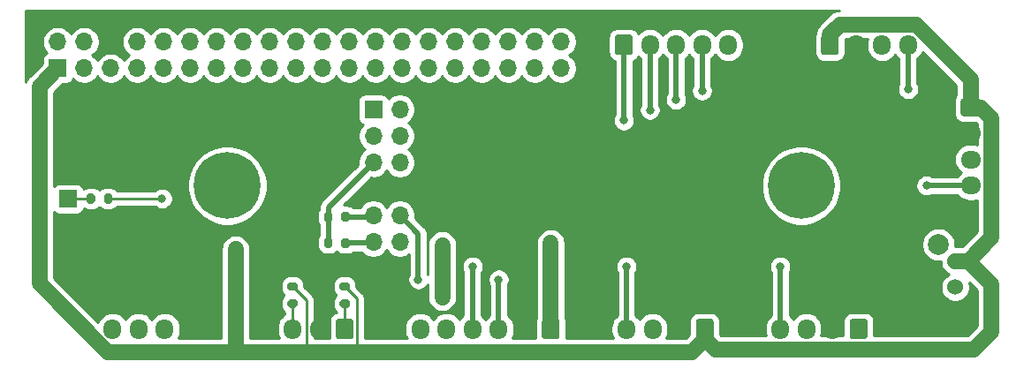
<source format=gbr>
%TF.GenerationSoftware,KiCad,Pcbnew,5.1.8-5.fc33*%
%TF.CreationDate,2020-12-26T13:36:50+00:00*%
%TF.ProjectId,breakout,62726561-6b6f-4757-942e-6b696361645f,rev?*%
%TF.SameCoordinates,Original*%
%TF.FileFunction,Copper,L2,Bot*%
%TF.FilePolarity,Positive*%
%FSLAX46Y46*%
G04 Gerber Fmt 4.6, Leading zero omitted, Abs format (unit mm)*
G04 Created by KiCad (PCBNEW 5.1.8-5.fc33) date 2020-12-26 13:36:50*
%MOMM*%
%LPD*%
G01*
G04 APERTURE LIST*
%TA.AperFunction,ComponentPad*%
%ADD10O,1.700000X1.700000*%
%TD*%
%TA.AperFunction,ComponentPad*%
%ADD11R,1.700000X1.700000*%
%TD*%
%TA.AperFunction,ComponentPad*%
%ADD12C,6.400000*%
%TD*%
%TA.AperFunction,ComponentPad*%
%ADD13O,1.700000X1.950000*%
%TD*%
%TA.AperFunction,ComponentPad*%
%ADD14O,1.950000X1.700000*%
%TD*%
%TA.AperFunction,ComponentPad*%
%ADD15C,2.000000*%
%TD*%
%TA.AperFunction,ComponentPad*%
%ADD16C,1.524000*%
%TD*%
%TA.AperFunction,ViaPad*%
%ADD17C,0.800000*%
%TD*%
%TA.AperFunction,Conductor*%
%ADD18C,1.500000*%
%TD*%
%TA.AperFunction,Conductor*%
%ADD19C,0.250000*%
%TD*%
%TA.AperFunction,Conductor*%
%ADD20C,0.500000*%
%TD*%
%TA.AperFunction,Conductor*%
%ADD21C,0.254000*%
%TD*%
%TA.AperFunction,Conductor*%
%ADD22C,0.100000*%
%TD*%
G04 APERTURE END LIST*
%TO.P,R5,2*%
%TO.N,+3V3*%
%TA.AperFunction,SMDPad,CuDef*%
G36*
G01*
X125075000Y-127725000D02*
X125075000Y-128275000D01*
G75*
G02*
X124875000Y-128475000I-200000J0D01*
G01*
X124475000Y-128475000D01*
G75*
G02*
X124275000Y-128275000I0J200000D01*
G01*
X124275000Y-127725000D01*
G75*
G02*
X124475000Y-127525000I200000J0D01*
G01*
X124875000Y-127525000D01*
G75*
G02*
X125075000Y-127725000I0J-200000D01*
G01*
G37*
%TD.AperFunction*%
%TO.P,R5,1*%
%TO.N,SCL*%
%TA.AperFunction,SMDPad,CuDef*%
G36*
G01*
X126725000Y-127725000D02*
X126725000Y-128275000D01*
G75*
G02*
X126525000Y-128475000I-200000J0D01*
G01*
X126125000Y-128475000D01*
G75*
G02*
X125925000Y-128275000I0J200000D01*
G01*
X125925000Y-127725000D01*
G75*
G02*
X126125000Y-127525000I200000J0D01*
G01*
X126525000Y-127525000D01*
G75*
G02*
X126725000Y-127725000I0J-200000D01*
G01*
G37*
%TD.AperFunction*%
%TD*%
%TO.P,R4,2*%
%TO.N,+3V3*%
%TA.AperFunction,SMDPad,CuDef*%
G36*
G01*
X125075000Y-125225000D02*
X125075000Y-125775000D01*
G75*
G02*
X124875000Y-125975000I-200000J0D01*
G01*
X124475000Y-125975000D01*
G75*
G02*
X124275000Y-125775000I0J200000D01*
G01*
X124275000Y-125225000D01*
G75*
G02*
X124475000Y-125025000I200000J0D01*
G01*
X124875000Y-125025000D01*
G75*
G02*
X125075000Y-125225000I0J-200000D01*
G01*
G37*
%TD.AperFunction*%
%TO.P,R4,1*%
%TO.N,SDA*%
%TA.AperFunction,SMDPad,CuDef*%
G36*
G01*
X126725000Y-125225000D02*
X126725000Y-125775000D01*
G75*
G02*
X126525000Y-125975000I-200000J0D01*
G01*
X126125000Y-125975000D01*
G75*
G02*
X125925000Y-125775000I0J200000D01*
G01*
X125925000Y-125225000D01*
G75*
G02*
X126125000Y-125025000I200000J0D01*
G01*
X126525000Y-125025000D01*
G75*
G02*
X126725000Y-125225000I0J-200000D01*
G01*
G37*
%TD.AperFunction*%
%TD*%
D10*
%TO.P,J12,12*%
%TO.N,SCL*%
X131540000Y-127900000D03*
%TO.P,J12,11*%
X129000000Y-127900000D03*
%TO.P,J12,10*%
%TO.N,SDA*%
X131540000Y-125360000D03*
%TO.P,J12,9*%
X129000000Y-125360000D03*
%TO.P,J12,8*%
%TO.N,GND*%
X131540000Y-122820000D03*
%TO.P,J12,7*%
X129000000Y-122820000D03*
%TO.P,J12,6*%
%TO.N,+3V3*%
X131540000Y-120280000D03*
%TO.P,J12,5*%
X129000000Y-120280000D03*
%TO.P,J12,4*%
%TO.N,+5V*%
X131540000Y-117740000D03*
%TO.P,J12,3*%
X129000000Y-117740000D03*
%TO.P,J12,2*%
%TO.N,+12V*%
X131540000Y-115200000D03*
D11*
%TO.P,J12,1*%
X129000000Y-115200000D03*
%TD*%
D12*
%TO.P,REF\u002A\u002A,1*%
%TO.N,N/C*%
X170000000Y-122500000D03*
%TD*%
%TO.P,REF\u002A\u002A,1*%
%TO.N,N/C*%
X115000000Y-122500000D03*
%TD*%
D10*
%TO.P,J3,40*%
%TO.N,Net-(J3-Pad40)*%
X147010000Y-108710000D03*
%TO.P,J3,39*%
%TO.N,Net-(J3-Pad39)*%
X147010000Y-111250000D03*
%TO.P,J3,38*%
%TO.N,Net-(J3-Pad38)*%
X144470000Y-108710000D03*
%TO.P,J3,37*%
%TO.N,LIFT_DOWN*%
X144470000Y-111250000D03*
%TO.P,J3,36*%
%TO.N,Net-(J3-Pad36)*%
X141930000Y-108710000D03*
%TO.P,J3,35*%
%TO.N,LIFT_UP*%
X141930000Y-111250000D03*
%TO.P,J3,34*%
%TO.N,Net-(J3-Pad34)*%
X139390000Y-108710000D03*
%TO.P,J3,33*%
%TO.N,UPSIDE_DOWN*%
X139390000Y-111250000D03*
%TO.P,J3,32*%
%TO.N,Net-(J3-Pad32)*%
X136850000Y-108710000D03*
%TO.P,J3,31*%
%TO.N,RIGHT_WAY_UP*%
X136850000Y-111250000D03*
%TO.P,J3,30*%
%TO.N,Net-(J3-Pad30)*%
X134310000Y-108710000D03*
%TO.P,J3,29*%
%TO.N,CLAW_OPEN*%
X134310000Y-111250000D03*
%TO.P,J3,28*%
%TO.N,Net-(J3-Pad28)*%
X131770000Y-108710000D03*
%TO.P,J3,27*%
%TO.N,Net-(J3-Pad27)*%
X131770000Y-111250000D03*
%TO.P,J3,26*%
%TO.N,Net-(J3-Pad26)*%
X129230000Y-108710000D03*
%TO.P,J3,25*%
%TO.N,Net-(J3-Pad25)*%
X129230000Y-111250000D03*
%TO.P,J3,24*%
%TO.N,Net-(J3-Pad24)*%
X126690000Y-108710000D03*
%TO.P,J3,23*%
%TO.N,Net-(J3-Pad23)*%
X126690000Y-111250000D03*
%TO.P,J3,22*%
%TO.N,Net-(J3-Pad22)*%
X124150000Y-108710000D03*
%TO.P,J3,21*%
%TO.N,Net-(J3-Pad21)*%
X124150000Y-111250000D03*
%TO.P,J3,20*%
%TO.N,Net-(J3-Pad20)*%
X121610000Y-108710000D03*
%TO.P,J3,19*%
%TO.N,Net-(J3-Pad19)*%
X121610000Y-111250000D03*
%TO.P,J3,18*%
%TO.N,Net-(J3-Pad18)*%
X119070000Y-108710000D03*
%TO.P,J3,17*%
%TO.N,Net-(J3-Pad17)*%
X119070000Y-111250000D03*
%TO.P,J3,16*%
%TO.N,Net-(J3-Pad16)*%
X116530000Y-108710000D03*
%TO.P,J3,15*%
%TO.N,Net-(J3-Pad15)*%
X116530000Y-111250000D03*
%TO.P,J3,14*%
%TO.N,Net-(J3-Pad14)*%
X113990000Y-108710000D03*
%TO.P,J3,13*%
%TO.N,Net-(J3-Pad13)*%
X113990000Y-111250000D03*
%TO.P,J3,12*%
%TO.N,Net-(J3-Pad12)*%
X111450000Y-108710000D03*
%TO.P,J3,11*%
%TO.N,Net-(J3-Pad11)*%
X111450000Y-111250000D03*
%TO.P,J3,10*%
%TO.N,Net-(J3-Pad10)*%
X108910000Y-108710000D03*
%TO.P,J3,9*%
%TO.N,Net-(J3-Pad9)*%
X108910000Y-111250000D03*
%TO.P,J3,8*%
%TO.N,Net-(J3-Pad8)*%
X106370000Y-108710000D03*
%TO.P,J3,7*%
%TO.N,Net-(J3-Pad7)*%
X106370000Y-111250000D03*
%TO.P,J3,6*%
%TO.N,GND*%
X103830000Y-108710000D03*
%TO.P,J3,5*%
%TO.N,SCL*%
X103830000Y-111250000D03*
%TO.P,J3,4*%
%TO.N,+5VD*%
X101290000Y-108710000D03*
%TO.P,J3,3*%
%TO.N,SDA*%
X101290000Y-111250000D03*
%TO.P,J3,2*%
%TO.N,+5VD*%
X98750000Y-108710000D03*
D11*
%TO.P,J3,1*%
%TO.N,+3V3*%
X98750000Y-111250000D03*
%TD*%
%TO.P,R3,2*%
%TO.N,+3V3*%
%TA.AperFunction,SMDPad,CuDef*%
G36*
G01*
X121525000Y-132575000D02*
X120975000Y-132575000D01*
G75*
G02*
X120775000Y-132375000I0J200000D01*
G01*
X120775000Y-131975000D01*
G75*
G02*
X120975000Y-131775000I200000J0D01*
G01*
X121525000Y-131775000D01*
G75*
G02*
X121725000Y-131975000I0J-200000D01*
G01*
X121725000Y-132375000D01*
G75*
G02*
X121525000Y-132575000I-200000J0D01*
G01*
G37*
%TD.AperFunction*%
%TO.P,R3,1*%
%TO.N,Net-(J2-Pad3)*%
%TA.AperFunction,SMDPad,CuDef*%
G36*
G01*
X121525000Y-134225000D02*
X120975000Y-134225000D01*
G75*
G02*
X120775000Y-134025000I0J200000D01*
G01*
X120775000Y-133625000D01*
G75*
G02*
X120975000Y-133425000I200000J0D01*
G01*
X121525000Y-133425000D01*
G75*
G02*
X121725000Y-133625000I0J-200000D01*
G01*
X121725000Y-134025000D01*
G75*
G02*
X121525000Y-134225000I-200000J0D01*
G01*
G37*
%TD.AperFunction*%
%TD*%
%TO.P,R2,2*%
%TO.N,Net-(J2-Pad1)*%
%TA.AperFunction,SMDPad,CuDef*%
G36*
G01*
X125975000Y-133425000D02*
X126525000Y-133425000D01*
G75*
G02*
X126725000Y-133625000I0J-200000D01*
G01*
X126725000Y-134025000D01*
G75*
G02*
X126525000Y-134225000I-200000J0D01*
G01*
X125975000Y-134225000D01*
G75*
G02*
X125775000Y-134025000I0J200000D01*
G01*
X125775000Y-133625000D01*
G75*
G02*
X125975000Y-133425000I200000J0D01*
G01*
G37*
%TD.AperFunction*%
%TO.P,R2,1*%
%TO.N,+3V3*%
%TA.AperFunction,SMDPad,CuDef*%
G36*
G01*
X125975000Y-131775000D02*
X126525000Y-131775000D01*
G75*
G02*
X126725000Y-131975000I0J-200000D01*
G01*
X126725000Y-132375000D01*
G75*
G02*
X126525000Y-132575000I-200000J0D01*
G01*
X125975000Y-132575000D01*
G75*
G02*
X125775000Y-132375000I0J200000D01*
G01*
X125775000Y-131975000D01*
G75*
G02*
X125975000Y-131775000I200000J0D01*
G01*
G37*
%TD.AperFunction*%
%TD*%
%TO.P,R1,2*%
%TO.N,START_CORD*%
%TA.AperFunction,SMDPad,CuDef*%
G36*
G01*
X102325000Y-123475000D02*
X102325000Y-124025000D01*
G75*
G02*
X102125000Y-124225000I-200000J0D01*
G01*
X101725000Y-124225000D01*
G75*
G02*
X101525000Y-124025000I0J200000D01*
G01*
X101525000Y-123475000D01*
G75*
G02*
X101725000Y-123275000I200000J0D01*
G01*
X102125000Y-123275000D01*
G75*
G02*
X102325000Y-123475000I0J-200000D01*
G01*
G37*
%TD.AperFunction*%
%TO.P,R1,1*%
%TO.N,Net-(J3-Pad11)*%
%TA.AperFunction,SMDPad,CuDef*%
G36*
G01*
X103975000Y-123475000D02*
X103975000Y-124025000D01*
G75*
G02*
X103775000Y-124225000I-200000J0D01*
G01*
X103375000Y-124225000D01*
G75*
G02*
X103175000Y-124025000I0J200000D01*
G01*
X103175000Y-123475000D01*
G75*
G02*
X103375000Y-123275000I200000J0D01*
G01*
X103775000Y-123275000D01*
G75*
G02*
X103975000Y-123475000I0J-200000D01*
G01*
G37*
%TD.AperFunction*%
%TD*%
D13*
%TO.P,J11,4*%
%TO.N,SCL*%
X153250000Y-136250000D03*
%TO.P,J11,3*%
%TO.N,SDA*%
X155750000Y-136250000D03*
%TO.P,J11,2*%
%TO.N,GND*%
X158250000Y-136250000D03*
%TO.P,J11,1*%
%TO.N,+3V3*%
%TA.AperFunction,ComponentPad*%
G36*
G01*
X161600000Y-135525000D02*
X161600000Y-136975000D01*
G75*
G02*
X161350000Y-137225000I-250000J0D01*
G01*
X160150000Y-137225000D01*
G75*
G02*
X159900000Y-136975000I0J250000D01*
G01*
X159900000Y-135525000D01*
G75*
G02*
X160150000Y-135275000I250000J0D01*
G01*
X161350000Y-135275000D01*
G75*
G02*
X161600000Y-135525000I0J-250000D01*
G01*
G37*
%TD.AperFunction*%
%TD*%
%TO.P,J10,4*%
%TO.N,SCL*%
X168000000Y-136250000D03*
%TO.P,J10,3*%
%TO.N,SDA*%
X170500000Y-136250000D03*
%TO.P,J10,2*%
%TO.N,GND*%
X173000000Y-136250000D03*
%TO.P,J10,1*%
%TO.N,+5V*%
%TA.AperFunction,ComponentPad*%
G36*
G01*
X176350000Y-135525000D02*
X176350000Y-136975000D01*
G75*
G02*
X176100000Y-137225000I-250000J0D01*
G01*
X174900000Y-137225000D01*
G75*
G02*
X174650000Y-136975000I0J250000D01*
G01*
X174650000Y-135525000D01*
G75*
G02*
X174900000Y-135275000I250000J0D01*
G01*
X176100000Y-135275000D01*
G75*
G02*
X176350000Y-135525000I0J-250000D01*
G01*
G37*
%TD.AperFunction*%
%TD*%
D14*
%TO.P,J9,4*%
%TO.N,SCL*%
X186250000Y-122500000D03*
%TO.P,J9,3*%
%TO.N,SDA*%
X186250000Y-120000000D03*
%TO.P,J9,2*%
%TO.N,GND*%
X186250000Y-117500000D03*
%TO.P,J9,1*%
%TO.N,+3V3*%
%TA.AperFunction,ComponentPad*%
G36*
G01*
X185525000Y-114150000D02*
X186975000Y-114150000D01*
G75*
G02*
X187225000Y-114400000I0J-250000D01*
G01*
X187225000Y-115600000D01*
G75*
G02*
X186975000Y-115850000I-250000J0D01*
G01*
X185525000Y-115850000D01*
G75*
G02*
X185275000Y-115600000I0J250000D01*
G01*
X185275000Y-114400000D01*
G75*
G02*
X185525000Y-114150000I250000J0D01*
G01*
G37*
%TD.AperFunction*%
%TD*%
D13*
%TO.P,J8,4*%
%TO.N,SCL*%
X180250000Y-109000000D03*
%TO.P,J8,3*%
%TO.N,SDA*%
X177750000Y-109000000D03*
%TO.P,J8,2*%
%TO.N,GND*%
X175250000Y-109000000D03*
%TO.P,J8,1*%
%TO.N,+3V3*%
%TA.AperFunction,ComponentPad*%
G36*
G01*
X171900000Y-109725000D02*
X171900000Y-108275000D01*
G75*
G02*
X172150000Y-108025000I250000J0D01*
G01*
X173350000Y-108025000D01*
G75*
G02*
X173600000Y-108275000I0J-250000D01*
G01*
X173600000Y-109725000D01*
G75*
G02*
X173350000Y-109975000I-250000J0D01*
G01*
X172150000Y-109975000D01*
G75*
G02*
X171900000Y-109725000I0J250000D01*
G01*
G37*
%TD.AperFunction*%
%TD*%
%TO.P,J7,6*%
%TO.N,GND*%
X165500000Y-109000000D03*
%TO.P,J7,5*%
%TO.N,LIFT_DOWN*%
X163000000Y-109000000D03*
%TO.P,J7,4*%
%TO.N,LIFT_UP*%
X160500000Y-109000000D03*
%TO.P,J7,3*%
%TO.N,UPSIDE_DOWN*%
X158000000Y-109000000D03*
%TO.P,J7,2*%
%TO.N,RIGHT_WAY_UP*%
X155500000Y-109000000D03*
%TO.P,J7,1*%
%TO.N,CLAW_OPEN*%
%TA.AperFunction,ComponentPad*%
G36*
G01*
X152150000Y-109725000D02*
X152150000Y-108275000D01*
G75*
G02*
X152400000Y-108025000I250000J0D01*
G01*
X153600000Y-108025000D01*
G75*
G02*
X153850000Y-108275000I0J-250000D01*
G01*
X153850000Y-109725000D01*
G75*
G02*
X153600000Y-109975000I-250000J0D01*
G01*
X152400000Y-109975000D01*
G75*
G02*
X152150000Y-109725000I0J250000D01*
G01*
G37*
%TD.AperFunction*%
%TD*%
%TO.P,J6,6*%
%TO.N,Net-(J6-Pad6)*%
X133500000Y-136250000D03*
%TO.P,J6,5*%
%TO.N,Net-(J2-Pad3)*%
X136000000Y-136250000D03*
%TO.P,J6,4*%
%TO.N,SCL*%
X138500000Y-136250000D03*
%TO.P,J6,3*%
%TO.N,SDA*%
X141000000Y-136250000D03*
%TO.P,J6,2*%
%TO.N,GND*%
X143500000Y-136250000D03*
%TO.P,J6,1*%
%TO.N,+12V*%
%TA.AperFunction,ComponentPad*%
G36*
G01*
X146850000Y-135525000D02*
X146850000Y-136975000D01*
G75*
G02*
X146600000Y-137225000I-250000J0D01*
G01*
X145400000Y-137225000D01*
G75*
G02*
X145150000Y-136975000I0J250000D01*
G01*
X145150000Y-135525000D01*
G75*
G02*
X145400000Y-135275000I250000J0D01*
G01*
X146600000Y-135275000D01*
G75*
G02*
X146850000Y-135525000I0J-250000D01*
G01*
G37*
%TD.AperFunction*%
%TD*%
D10*
%TO.P,J5,2*%
%TO.N,GND*%
X99750000Y-121250000D03*
D11*
%TO.P,J5,1*%
%TO.N,START_CORD*%
X99750000Y-123790000D03*
%TD*%
D15*
%TO.P,J4,*%
%TO.N,*%
X183150000Y-128150000D03*
D16*
%TO.P,J4,3*%
%TO.N,GND*%
X184750000Y-134750000D03*
%TO.P,J4,2*%
%TO.N,Net-(J4-Pad2)*%
X184750000Y-132250000D03*
%TO.P,J4,1*%
%TO.N,+3V3*%
X184750000Y-129750000D03*
%TD*%
D13*
%TO.P,J2,4*%
%TO.N,GND*%
X118750000Y-136250000D03*
%TO.P,J2,3*%
%TO.N,Net-(J2-Pad3)*%
X121250000Y-136250000D03*
%TO.P,J2,2*%
%TO.N,GND*%
X123750000Y-136250000D03*
%TO.P,J2,1*%
%TO.N,Net-(J2-Pad1)*%
%TA.AperFunction,ComponentPad*%
G36*
G01*
X127100000Y-135525000D02*
X127100000Y-136975000D01*
G75*
G02*
X126850000Y-137225000I-250000J0D01*
G01*
X125650000Y-137225000D01*
G75*
G02*
X125400000Y-136975000I0J250000D01*
G01*
X125400000Y-135525000D01*
G75*
G02*
X125650000Y-135275000I250000J0D01*
G01*
X126850000Y-135275000D01*
G75*
G02*
X127100000Y-135525000I0J-250000D01*
G01*
G37*
%TD.AperFunction*%
%TD*%
%TO.P,J1,4*%
%TO.N,+12V*%
X104000000Y-136250000D03*
%TO.P,J1,3*%
%TO.N,+5VD*%
X106500000Y-136250000D03*
%TO.P,J1,2*%
%TO.N,+5V*%
X109000000Y-136250000D03*
%TO.P,J1,1*%
%TO.N,GND*%
%TA.AperFunction,ComponentPad*%
G36*
G01*
X112350000Y-135525000D02*
X112350000Y-136975000D01*
G75*
G02*
X112100000Y-137225000I-250000J0D01*
G01*
X110900000Y-137225000D01*
G75*
G02*
X110650000Y-136975000I0J250000D01*
G01*
X110650000Y-135525000D01*
G75*
G02*
X110900000Y-135275000I250000J0D01*
G01*
X112100000Y-135275000D01*
G75*
G02*
X112350000Y-135525000I0J-250000D01*
G01*
G37*
%TD.AperFunction*%
%TD*%
D17*
%TO.N,+12V*%
X146000000Y-128000000D03*
%TO.N,+5V*%
X135600000Y-133200000D03*
X135600000Y-128200000D03*
%TO.N,+3V3*%
X115800000Y-128600000D03*
%TO.N,SCL*%
X180250000Y-113250000D03*
X182000000Y-122500000D03*
X168000000Y-130250000D03*
X153250000Y-130250000D03*
X138500000Y-130250000D03*
%TO.N,SDA*%
X141000000Y-131500000D03*
X133300000Y-131500000D03*
%TO.N,LIFT_UP*%
X160500000Y-113400001D03*
%TO.N,UPSIDE_DOWN*%
X158000000Y-114250001D03*
%TO.N,RIGHT_WAY_UP*%
X155500000Y-115250000D03*
%TO.N,CLAW_OPEN*%
X153000000Y-116250000D03*
%TO.N,Net-(J3-Pad11)*%
X108750000Y-123749998D03*
%TD*%
D18*
%TO.N,+12V*%
X146000000Y-136250000D02*
X146000000Y-128000000D01*
%TO.N,+5V*%
X135600000Y-133200000D02*
X135600000Y-128200000D01*
D19*
%TO.N,Net-(J2-Pad3)*%
X121250000Y-133825000D02*
X121250000Y-136250000D01*
%TO.N,Net-(J2-Pad1)*%
X126250000Y-133825000D02*
X126250000Y-136250000D01*
D18*
%TO.N,+3V3*%
X98750000Y-111250000D02*
X97000000Y-113000000D01*
X97000000Y-131920598D02*
X103579402Y-138500000D01*
X97000000Y-113000000D02*
X97000000Y-131920598D01*
X160750000Y-137225000D02*
X160750000Y-136250000D01*
X159475000Y-138500000D02*
X160750000Y-137225000D01*
X160750000Y-137225000D02*
X161775000Y-138250000D01*
X161775000Y-138250000D02*
X186500000Y-138250000D01*
X186500000Y-138250000D02*
X188250000Y-136500000D01*
X188250000Y-136500000D02*
X188250000Y-132000000D01*
X186000000Y-129750000D02*
X184750000Y-129750000D01*
X188250000Y-132000000D02*
X186000000Y-129750000D01*
X187225000Y-115000000D02*
X186250000Y-115000000D01*
X188250000Y-116025000D02*
X187225000Y-115000000D01*
X188250000Y-127500000D02*
X188250000Y-116025000D01*
X186000000Y-129750000D02*
X188250000Y-127500000D01*
X172750000Y-108025000D02*
X172750000Y-109000000D01*
X173700010Y-107074990D02*
X172750000Y-108025000D01*
X180995588Y-107074990D02*
X173700010Y-107074990D01*
X186250000Y-112329402D02*
X180995588Y-107074990D01*
X186250000Y-115000000D02*
X186250000Y-112329402D01*
X128000000Y-138500000D02*
X159475000Y-138500000D01*
D19*
X122574990Y-133499990D02*
X122574990Y-138175010D01*
X121250000Y-132175000D02*
X122574990Y-133499990D01*
D18*
X122250000Y-138500000D02*
X128000000Y-138500000D01*
D19*
X122574990Y-138175010D02*
X122250000Y-138500000D01*
X127425010Y-137925010D02*
X128000000Y-138500000D01*
X127425010Y-133350010D02*
X127425010Y-137925010D01*
X126250000Y-132175000D02*
X127425010Y-133350010D01*
D18*
X115800000Y-138200000D02*
X115500000Y-138500000D01*
X115800000Y-128600000D02*
X115800000Y-138200000D01*
X115500000Y-138500000D02*
X122250000Y-138500000D01*
X103579402Y-138500000D02*
X115500000Y-138500000D01*
D20*
X124675000Y-128000000D02*
X124675000Y-125500000D01*
X124675000Y-124605000D02*
X129000000Y-120280000D01*
X124675000Y-125500000D02*
X124675000Y-124605000D01*
D19*
%TO.N,START_CORD*%
X101885000Y-123790000D02*
X101925000Y-123750000D01*
X99750000Y-123790000D02*
X101885000Y-123790000D01*
D20*
%TO.N,SCL*%
X180250000Y-109000000D02*
X180250000Y-113250000D01*
X182000000Y-122500000D02*
X186250000Y-122500000D01*
X168000000Y-130250000D02*
X168000000Y-136250000D01*
X153250000Y-130250000D02*
X153250000Y-136250000D01*
X138500000Y-136250000D02*
X138500000Y-130250000D01*
X128900000Y-128000000D02*
X129000000Y-127900000D01*
X126325000Y-128000000D02*
X128900000Y-128000000D01*
%TO.N,SDA*%
X141000000Y-136250000D02*
X141000000Y-131500000D01*
X133300000Y-127120000D02*
X133300000Y-131500000D01*
X131540000Y-125360000D02*
X133300000Y-127120000D01*
X128860000Y-125500000D02*
X129000000Y-125360000D01*
X126325000Y-125500000D02*
X128860000Y-125500000D01*
%TO.N,LIFT_UP*%
X160500000Y-113400001D02*
X160500000Y-109000000D01*
%TO.N,UPSIDE_DOWN*%
X158000000Y-114250001D02*
X158000000Y-109000000D01*
%TO.N,RIGHT_WAY_UP*%
X155500000Y-115250000D02*
X155500000Y-109000000D01*
%TO.N,CLAW_OPEN*%
X153000000Y-116250000D02*
X153000000Y-109000000D01*
D19*
%TO.N,Net-(J3-Pad11)*%
X103575000Y-123750000D02*
X108749998Y-123750000D01*
X108749998Y-123750000D02*
X108750000Y-123749998D01*
%TD*%
D21*
%TO.N,GND*%
X173631980Y-105689990D02*
X173631973Y-105689990D01*
X173454109Y-105707508D01*
X173428502Y-105710030D01*
X173167429Y-105789226D01*
X172926822Y-105917833D01*
X172926820Y-105917834D01*
X172926821Y-105917834D01*
X172768776Y-106047538D01*
X172768774Y-106047540D01*
X172715929Y-106090909D01*
X172672560Y-106143754D01*
X171818764Y-106997550D01*
X171765919Y-107040920D01*
X171592843Y-107251813D01*
X171542233Y-107346498D01*
X171464236Y-107492420D01*
X171429306Y-107607570D01*
X171385040Y-107753494D01*
X171375646Y-107848869D01*
X171329528Y-107935150D01*
X171278992Y-108101746D01*
X171261928Y-108275000D01*
X171261928Y-109725000D01*
X171278992Y-109898254D01*
X171329528Y-110064850D01*
X171411595Y-110218386D01*
X171522038Y-110352962D01*
X171656614Y-110463405D01*
X171810150Y-110545472D01*
X171976746Y-110596008D01*
X172150000Y-110613072D01*
X173350000Y-110613072D01*
X173523254Y-110596008D01*
X173689850Y-110545472D01*
X173843386Y-110463405D01*
X173977962Y-110352962D01*
X174088405Y-110218386D01*
X174170472Y-110064850D01*
X174221008Y-109898254D01*
X174238072Y-109725000D01*
X174238072Y-108495614D01*
X174273696Y-108459990D01*
X176324072Y-108459990D01*
X176286487Y-108583890D01*
X176265000Y-108802051D01*
X176265000Y-109197950D01*
X176286487Y-109416111D01*
X176371401Y-109696034D01*
X176509294Y-109954014D01*
X176694866Y-110180134D01*
X176920987Y-110365706D01*
X177178967Y-110503599D01*
X177458890Y-110588513D01*
X177750000Y-110617185D01*
X178041111Y-110588513D01*
X178321034Y-110503599D01*
X178579014Y-110365706D01*
X178805134Y-110180134D01*
X178990706Y-109954014D01*
X179000000Y-109936626D01*
X179009294Y-109954014D01*
X179194866Y-110180134D01*
X179365000Y-110319759D01*
X179365001Y-112711544D01*
X179332795Y-112759744D01*
X179254774Y-112948102D01*
X179215000Y-113148061D01*
X179215000Y-113351939D01*
X179254774Y-113551898D01*
X179332795Y-113740256D01*
X179446063Y-113909774D01*
X179590226Y-114053937D01*
X179759744Y-114167205D01*
X179948102Y-114245226D01*
X180148061Y-114285000D01*
X180351939Y-114285000D01*
X180551898Y-114245226D01*
X180740256Y-114167205D01*
X180909774Y-114053937D01*
X181053937Y-113909774D01*
X181167205Y-113740256D01*
X181245226Y-113551898D01*
X181285000Y-113351939D01*
X181285000Y-113148061D01*
X181245226Y-112948102D01*
X181167205Y-112759744D01*
X181135000Y-112711546D01*
X181135000Y-110319759D01*
X181305134Y-110180134D01*
X181490706Y-109954014D01*
X181628599Y-109696033D01*
X181635429Y-109673517D01*
X184865001Y-112903089D01*
X184865000Y-113811076D01*
X184786595Y-113906614D01*
X184704528Y-114060150D01*
X184653992Y-114226746D01*
X184636928Y-114400000D01*
X184636928Y-115600000D01*
X184653992Y-115773254D01*
X184704528Y-115939850D01*
X184786595Y-116093386D01*
X184897038Y-116227962D01*
X185031614Y-116338405D01*
X185185150Y-116420472D01*
X185351746Y-116471008D01*
X185525000Y-116488072D01*
X186754387Y-116488072D01*
X186865001Y-116598687D01*
X186865001Y-118596820D01*
X186666111Y-118536487D01*
X186447950Y-118515000D01*
X186052050Y-118515000D01*
X185833889Y-118536487D01*
X185553966Y-118621401D01*
X185295986Y-118759294D01*
X185069866Y-118944866D01*
X184884294Y-119170986D01*
X184746401Y-119428966D01*
X184661487Y-119708889D01*
X184632815Y-120000000D01*
X184661487Y-120291111D01*
X184746401Y-120571034D01*
X184884294Y-120829014D01*
X185069866Y-121055134D01*
X185295986Y-121240706D01*
X185313374Y-121250000D01*
X185295986Y-121259294D01*
X185069866Y-121444866D01*
X184930241Y-121615000D01*
X182538454Y-121615000D01*
X182490256Y-121582795D01*
X182301898Y-121504774D01*
X182101939Y-121465000D01*
X181898061Y-121465000D01*
X181698102Y-121504774D01*
X181509744Y-121582795D01*
X181340226Y-121696063D01*
X181196063Y-121840226D01*
X181082795Y-122009744D01*
X181004774Y-122198102D01*
X180965000Y-122398061D01*
X180965000Y-122601939D01*
X181004774Y-122801898D01*
X181082795Y-122990256D01*
X181196063Y-123159774D01*
X181340226Y-123303937D01*
X181509744Y-123417205D01*
X181698102Y-123495226D01*
X181898061Y-123535000D01*
X182101939Y-123535000D01*
X182301898Y-123495226D01*
X182490256Y-123417205D01*
X182538454Y-123385000D01*
X184930241Y-123385000D01*
X185069866Y-123555134D01*
X185295986Y-123740706D01*
X185553966Y-123878599D01*
X185833889Y-123963513D01*
X186052050Y-123985000D01*
X186447950Y-123985000D01*
X186666111Y-123963513D01*
X186865000Y-123903180D01*
X186865000Y-126926314D01*
X185426315Y-128365000D01*
X184947920Y-128365000D01*
X184887592Y-128353000D01*
X184776652Y-128353000D01*
X184785000Y-128311033D01*
X184785000Y-127988967D01*
X184722168Y-127673088D01*
X184598918Y-127375537D01*
X184419987Y-127107748D01*
X184192252Y-126880013D01*
X183924463Y-126701082D01*
X183626912Y-126577832D01*
X183311033Y-126515000D01*
X182988967Y-126515000D01*
X182673088Y-126577832D01*
X182375537Y-126701082D01*
X182107748Y-126880013D01*
X181880013Y-127107748D01*
X181701082Y-127375537D01*
X181577832Y-127673088D01*
X181515000Y-127988967D01*
X181515000Y-128311033D01*
X181577832Y-128626912D01*
X181701082Y-128924463D01*
X181880013Y-129192252D01*
X182107748Y-129419987D01*
X182375537Y-129598918D01*
X182673088Y-129722168D01*
X182988967Y-129785000D01*
X183311033Y-129785000D01*
X183353000Y-129776652D01*
X183353000Y-129887592D01*
X183406686Y-130157490D01*
X183511995Y-130411727D01*
X183664880Y-130640535D01*
X183859465Y-130835120D01*
X184088273Y-130988005D01*
X184117231Y-131000000D01*
X184088273Y-131011995D01*
X183859465Y-131164880D01*
X183664880Y-131359465D01*
X183511995Y-131588273D01*
X183406686Y-131842510D01*
X183353000Y-132112408D01*
X183353000Y-132387592D01*
X183406686Y-132657490D01*
X183511995Y-132911727D01*
X183664880Y-133140535D01*
X183859465Y-133335120D01*
X184088273Y-133488005D01*
X184342510Y-133593314D01*
X184612408Y-133647000D01*
X184887592Y-133647000D01*
X185157490Y-133593314D01*
X185411727Y-133488005D01*
X185640535Y-133335120D01*
X185835120Y-133140535D01*
X185988005Y-132911727D01*
X186093314Y-132657490D01*
X186147000Y-132387592D01*
X186147000Y-132112408D01*
X186093314Y-131842510D01*
X186064668Y-131773354D01*
X186865001Y-132573687D01*
X186865000Y-135926314D01*
X185926315Y-136865000D01*
X176988072Y-136865000D01*
X176988072Y-135525000D01*
X176971008Y-135351746D01*
X176920472Y-135185150D01*
X176838405Y-135031614D01*
X176727962Y-134897038D01*
X176593386Y-134786595D01*
X176439850Y-134704528D01*
X176273254Y-134653992D01*
X176100000Y-134636928D01*
X174900000Y-134636928D01*
X174726746Y-134653992D01*
X174560150Y-134704528D01*
X174406614Y-134786595D01*
X174272038Y-134897038D01*
X174161595Y-135031614D01*
X174079528Y-135185150D01*
X174028992Y-135351746D01*
X174011928Y-135525000D01*
X174011928Y-136865000D01*
X171903180Y-136865000D01*
X171963513Y-136666111D01*
X171985000Y-136447950D01*
X171985000Y-136052051D01*
X171963513Y-135833890D01*
X171878599Y-135553967D01*
X171740706Y-135295986D01*
X171555134Y-135069866D01*
X171329014Y-134884294D01*
X171071034Y-134746401D01*
X170791111Y-134661487D01*
X170500000Y-134632815D01*
X170208890Y-134661487D01*
X169928967Y-134746401D01*
X169670987Y-134884294D01*
X169444866Y-135069866D01*
X169259294Y-135295986D01*
X169250000Y-135313374D01*
X169240706Y-135295986D01*
X169055134Y-135069866D01*
X168885000Y-134930241D01*
X168885000Y-130788454D01*
X168917205Y-130740256D01*
X168995226Y-130551898D01*
X169035000Y-130351939D01*
X169035000Y-130148061D01*
X168995226Y-129948102D01*
X168917205Y-129759744D01*
X168803937Y-129590226D01*
X168659774Y-129446063D01*
X168490256Y-129332795D01*
X168301898Y-129254774D01*
X168101939Y-129215000D01*
X167898061Y-129215000D01*
X167698102Y-129254774D01*
X167509744Y-129332795D01*
X167340226Y-129446063D01*
X167196063Y-129590226D01*
X167082795Y-129759744D01*
X167004774Y-129948102D01*
X166965000Y-130148061D01*
X166965000Y-130351939D01*
X167004774Y-130551898D01*
X167082795Y-130740256D01*
X167115000Y-130788454D01*
X167115001Y-134930241D01*
X166944866Y-135069866D01*
X166759294Y-135295986D01*
X166621401Y-135553966D01*
X166536487Y-135833889D01*
X166515000Y-136052050D01*
X166515000Y-136447949D01*
X166536487Y-136666110D01*
X166596820Y-136865000D01*
X162348686Y-136865000D01*
X162238072Y-136754387D01*
X162238072Y-135525000D01*
X162221008Y-135351746D01*
X162170472Y-135185150D01*
X162088405Y-135031614D01*
X161977962Y-134897038D01*
X161843386Y-134786595D01*
X161689850Y-134704528D01*
X161523254Y-134653992D01*
X161350000Y-134636928D01*
X160150000Y-134636928D01*
X159976746Y-134653992D01*
X159810150Y-134704528D01*
X159656614Y-134786595D01*
X159522038Y-134897038D01*
X159411595Y-135031614D01*
X159329528Y-135185150D01*
X159278992Y-135351746D01*
X159261928Y-135525000D01*
X159261928Y-136754386D01*
X158901315Y-137115000D01*
X157038285Y-137115000D01*
X157128599Y-136946034D01*
X157213513Y-136666111D01*
X157235000Y-136447950D01*
X157235000Y-136052051D01*
X157213513Y-135833890D01*
X157128599Y-135553967D01*
X156990706Y-135295986D01*
X156805134Y-135069866D01*
X156579014Y-134884294D01*
X156321034Y-134746401D01*
X156041111Y-134661487D01*
X155750000Y-134632815D01*
X155458890Y-134661487D01*
X155178967Y-134746401D01*
X154920987Y-134884294D01*
X154694866Y-135069866D01*
X154509294Y-135295986D01*
X154500000Y-135313374D01*
X154490706Y-135295986D01*
X154305134Y-135069866D01*
X154135000Y-134930241D01*
X154135000Y-130788454D01*
X154167205Y-130740256D01*
X154245226Y-130551898D01*
X154285000Y-130351939D01*
X154285000Y-130148061D01*
X154245226Y-129948102D01*
X154167205Y-129759744D01*
X154053937Y-129590226D01*
X153909774Y-129446063D01*
X153740256Y-129332795D01*
X153551898Y-129254774D01*
X153351939Y-129215000D01*
X153148061Y-129215000D01*
X152948102Y-129254774D01*
X152759744Y-129332795D01*
X152590226Y-129446063D01*
X152446063Y-129590226D01*
X152332795Y-129759744D01*
X152254774Y-129948102D01*
X152215000Y-130148061D01*
X152215000Y-130351939D01*
X152254774Y-130551898D01*
X152332795Y-130740256D01*
X152365000Y-130788454D01*
X152365001Y-134930241D01*
X152194866Y-135069866D01*
X152009294Y-135295986D01*
X151871401Y-135553966D01*
X151786487Y-135833889D01*
X151765000Y-136052050D01*
X151765000Y-136447949D01*
X151786487Y-136666110D01*
X151871401Y-136946033D01*
X151961716Y-137115000D01*
X147474283Y-137115000D01*
X147488072Y-136975000D01*
X147488072Y-135525000D01*
X147471008Y-135351746D01*
X147420472Y-135185150D01*
X147385000Y-135118787D01*
X147385000Y-127931963D01*
X147364960Y-127728493D01*
X147285764Y-127467419D01*
X147157157Y-127226812D01*
X146984081Y-127015919D01*
X146773188Y-126842843D01*
X146532581Y-126714236D01*
X146271507Y-126635040D01*
X146000000Y-126608299D01*
X145728494Y-126635040D01*
X145467420Y-126714236D01*
X145226813Y-126842843D01*
X145015920Y-127015919D01*
X144842844Y-127226812D01*
X144714237Y-127467419D01*
X144635041Y-127728493D01*
X144615001Y-127931963D01*
X144615000Y-135118787D01*
X144579528Y-135185150D01*
X144528992Y-135351746D01*
X144511928Y-135525000D01*
X144511928Y-136975000D01*
X144525717Y-137115000D01*
X142288285Y-137115000D01*
X142378599Y-136946034D01*
X142463513Y-136666111D01*
X142485000Y-136447950D01*
X142485000Y-136052051D01*
X142463513Y-135833890D01*
X142378599Y-135553967D01*
X142240706Y-135295986D01*
X142055134Y-135069866D01*
X141885000Y-134930241D01*
X141885000Y-132038454D01*
X141917205Y-131990256D01*
X141995226Y-131801898D01*
X142035000Y-131601939D01*
X142035000Y-131398061D01*
X141995226Y-131198102D01*
X141917205Y-131009744D01*
X141803937Y-130840226D01*
X141659774Y-130696063D01*
X141490256Y-130582795D01*
X141301898Y-130504774D01*
X141101939Y-130465000D01*
X140898061Y-130465000D01*
X140698102Y-130504774D01*
X140509744Y-130582795D01*
X140340226Y-130696063D01*
X140196063Y-130840226D01*
X140082795Y-131009744D01*
X140004774Y-131198102D01*
X139965000Y-131398061D01*
X139965000Y-131601939D01*
X140004774Y-131801898D01*
X140082795Y-131990256D01*
X140115001Y-132038456D01*
X140115000Y-134930241D01*
X139944866Y-135069866D01*
X139759294Y-135295986D01*
X139750000Y-135313374D01*
X139740706Y-135295986D01*
X139555134Y-135069866D01*
X139385000Y-134930241D01*
X139385000Y-130788454D01*
X139417205Y-130740256D01*
X139495226Y-130551898D01*
X139535000Y-130351939D01*
X139535000Y-130148061D01*
X139495226Y-129948102D01*
X139417205Y-129759744D01*
X139303937Y-129590226D01*
X139159774Y-129446063D01*
X138990256Y-129332795D01*
X138801898Y-129254774D01*
X138601939Y-129215000D01*
X138398061Y-129215000D01*
X138198102Y-129254774D01*
X138009744Y-129332795D01*
X137840226Y-129446063D01*
X137696063Y-129590226D01*
X137582795Y-129759744D01*
X137504774Y-129948102D01*
X137465000Y-130148061D01*
X137465000Y-130351939D01*
X137504774Y-130551898D01*
X137582795Y-130740256D01*
X137615001Y-130788456D01*
X137615000Y-134930241D01*
X137444866Y-135069866D01*
X137259294Y-135295986D01*
X137250000Y-135313374D01*
X137240706Y-135295986D01*
X137055134Y-135069866D01*
X136829014Y-134884294D01*
X136571034Y-134746401D01*
X136291111Y-134661487D01*
X136000000Y-134632815D01*
X135708890Y-134661487D01*
X135428967Y-134746401D01*
X135170987Y-134884294D01*
X134944866Y-135069866D01*
X134759294Y-135295986D01*
X134750000Y-135313374D01*
X134740706Y-135295986D01*
X134555134Y-135069866D01*
X134329014Y-134884294D01*
X134071034Y-134746401D01*
X133791111Y-134661487D01*
X133500000Y-134632815D01*
X133208890Y-134661487D01*
X132928967Y-134746401D01*
X132670987Y-134884294D01*
X132444866Y-135069866D01*
X132259294Y-135295986D01*
X132121401Y-135553966D01*
X132036487Y-135833889D01*
X132015000Y-136052050D01*
X132015000Y-136447949D01*
X132036487Y-136666110D01*
X132121401Y-136946033D01*
X132211716Y-137115000D01*
X128185010Y-137115000D01*
X128185010Y-133387332D01*
X128188686Y-133350009D01*
X128185010Y-133312686D01*
X128185010Y-133312677D01*
X128174013Y-133201024D01*
X128130556Y-133057763D01*
X128091172Y-132984081D01*
X128059984Y-132925733D01*
X127988809Y-132839007D01*
X127965011Y-132810009D01*
X127936014Y-132786212D01*
X127363072Y-132213271D01*
X127363072Y-131975000D01*
X127346969Y-131811500D01*
X127299278Y-131654284D01*
X127221831Y-131509392D01*
X127117606Y-131382394D01*
X126990608Y-131278169D01*
X126845716Y-131200722D01*
X126688500Y-131153031D01*
X126525000Y-131136928D01*
X125975000Y-131136928D01*
X125811500Y-131153031D01*
X125654284Y-131200722D01*
X125509392Y-131278169D01*
X125382394Y-131382394D01*
X125278169Y-131509392D01*
X125200722Y-131654284D01*
X125153031Y-131811500D01*
X125136928Y-131975000D01*
X125136928Y-132375000D01*
X125153031Y-132538500D01*
X125200722Y-132695716D01*
X125278169Y-132840608D01*
X125382394Y-132967606D01*
X125421866Y-133000000D01*
X125382394Y-133032394D01*
X125278169Y-133159392D01*
X125200722Y-133304284D01*
X125153031Y-133461500D01*
X125136928Y-133625000D01*
X125136928Y-134025000D01*
X125153031Y-134188500D01*
X125200722Y-134345716D01*
X125278169Y-134490608D01*
X125382394Y-134617606D01*
X125440228Y-134665069D01*
X125310150Y-134704528D01*
X125156614Y-134786595D01*
X125022038Y-134897038D01*
X124911595Y-135031614D01*
X124829528Y-135185150D01*
X124778992Y-135351746D01*
X124761928Y-135525000D01*
X124761928Y-136975000D01*
X124775717Y-137115000D01*
X123334990Y-137115000D01*
X123334990Y-133537313D01*
X123338666Y-133499990D01*
X123334990Y-133462667D01*
X123334990Y-133462657D01*
X123323993Y-133351004D01*
X123280536Y-133207743D01*
X123209964Y-133075714D01*
X123114991Y-132959989D01*
X123085994Y-132936192D01*
X122363072Y-132213271D01*
X122363072Y-131975000D01*
X122346969Y-131811500D01*
X122299278Y-131654284D01*
X122221831Y-131509392D01*
X122117606Y-131382394D01*
X121990608Y-131278169D01*
X121845716Y-131200722D01*
X121688500Y-131153031D01*
X121525000Y-131136928D01*
X120975000Y-131136928D01*
X120811500Y-131153031D01*
X120654284Y-131200722D01*
X120509392Y-131278169D01*
X120382394Y-131382394D01*
X120278169Y-131509392D01*
X120200722Y-131654284D01*
X120153031Y-131811500D01*
X120136928Y-131975000D01*
X120136928Y-132375000D01*
X120153031Y-132538500D01*
X120200722Y-132695716D01*
X120278169Y-132840608D01*
X120382394Y-132967606D01*
X120421866Y-133000000D01*
X120382394Y-133032394D01*
X120278169Y-133159392D01*
X120200722Y-133304284D01*
X120153031Y-133461500D01*
X120136928Y-133625000D01*
X120136928Y-134025000D01*
X120153031Y-134188500D01*
X120200722Y-134345716D01*
X120278169Y-134490608D01*
X120382394Y-134617606D01*
X120490000Y-134705917D01*
X120490000Y-134847406D01*
X120420987Y-134884294D01*
X120194866Y-135069866D01*
X120009294Y-135295986D01*
X119871401Y-135553966D01*
X119786487Y-135833889D01*
X119765000Y-136052050D01*
X119765000Y-136447949D01*
X119786487Y-136666110D01*
X119871401Y-136946033D01*
X119961716Y-137115000D01*
X117185000Y-137115000D01*
X117185000Y-128531963D01*
X117164960Y-128328493D01*
X117085764Y-128067419D01*
X116957157Y-127826812D01*
X116784080Y-127615919D01*
X116573187Y-127442843D01*
X116332580Y-127314236D01*
X116071506Y-127235040D01*
X115800000Y-127208299D01*
X115528493Y-127235040D01*
X115267419Y-127314236D01*
X115026812Y-127442843D01*
X114815919Y-127615920D01*
X114642843Y-127826813D01*
X114514236Y-128067420D01*
X114435040Y-128328494D01*
X114415000Y-128531964D01*
X114415001Y-137115000D01*
X110288285Y-137115000D01*
X110378599Y-136946034D01*
X110463513Y-136666111D01*
X110485000Y-136447950D01*
X110485000Y-136052051D01*
X110463513Y-135833890D01*
X110378599Y-135553967D01*
X110240706Y-135295986D01*
X110055134Y-135069866D01*
X109829014Y-134884294D01*
X109571034Y-134746401D01*
X109291111Y-134661487D01*
X109000000Y-134632815D01*
X108708890Y-134661487D01*
X108428967Y-134746401D01*
X108170987Y-134884294D01*
X107944866Y-135069866D01*
X107759294Y-135295986D01*
X107750000Y-135313374D01*
X107740706Y-135295986D01*
X107555134Y-135069866D01*
X107329014Y-134884294D01*
X107071034Y-134746401D01*
X106791111Y-134661487D01*
X106500000Y-134632815D01*
X106208890Y-134661487D01*
X105928967Y-134746401D01*
X105670987Y-134884294D01*
X105444866Y-135069866D01*
X105259294Y-135295986D01*
X105250000Y-135313374D01*
X105240706Y-135295986D01*
X105055134Y-135069866D01*
X104829014Y-134884294D01*
X104571034Y-134746401D01*
X104291111Y-134661487D01*
X104000000Y-134632815D01*
X103708890Y-134661487D01*
X103428967Y-134746401D01*
X103170987Y-134884294D01*
X102944866Y-135069866D01*
X102759294Y-135295986D01*
X102621401Y-135553966D01*
X102614571Y-135576483D01*
X98385000Y-131346913D01*
X98385000Y-125013426D01*
X98448815Y-125091185D01*
X98545506Y-125170537D01*
X98655820Y-125229502D01*
X98775518Y-125265812D01*
X98900000Y-125278072D01*
X100600000Y-125278072D01*
X100724482Y-125265812D01*
X100844180Y-125229502D01*
X100954494Y-125170537D01*
X101051185Y-125091185D01*
X101130537Y-124994494D01*
X101189502Y-124884180D01*
X101225812Y-124764482D01*
X101232210Y-124699523D01*
X101259392Y-124721831D01*
X101404284Y-124799278D01*
X101561500Y-124846969D01*
X101725000Y-124863072D01*
X102125000Y-124863072D01*
X102288500Y-124846969D01*
X102445716Y-124799278D01*
X102590608Y-124721831D01*
X102717606Y-124617606D01*
X102750000Y-124578134D01*
X102782394Y-124617606D01*
X102909392Y-124721831D01*
X103054284Y-124799278D01*
X103211500Y-124846969D01*
X103375000Y-124863072D01*
X103775000Y-124863072D01*
X103938500Y-124846969D01*
X104095716Y-124799278D01*
X104240608Y-124721831D01*
X104367606Y-124617606D01*
X104455916Y-124510000D01*
X108046291Y-124510000D01*
X108090226Y-124553935D01*
X108259744Y-124667203D01*
X108448102Y-124745224D01*
X108648061Y-124784998D01*
X108851939Y-124784998D01*
X109051898Y-124745224D01*
X109240256Y-124667203D01*
X109409774Y-124553935D01*
X109553937Y-124409772D01*
X109667205Y-124240254D01*
X109745226Y-124051896D01*
X109785000Y-123851937D01*
X109785000Y-123648059D01*
X109745226Y-123448100D01*
X109667205Y-123259742D01*
X109553937Y-123090224D01*
X109409774Y-122946061D01*
X109240256Y-122832793D01*
X109051898Y-122754772D01*
X108851939Y-122714998D01*
X108648061Y-122714998D01*
X108448102Y-122754772D01*
X108259744Y-122832793D01*
X108090226Y-122946061D01*
X108046287Y-122990000D01*
X104455916Y-122990000D01*
X104367606Y-122882394D01*
X104240608Y-122778169D01*
X104095716Y-122700722D01*
X103938500Y-122653031D01*
X103775000Y-122636928D01*
X103375000Y-122636928D01*
X103211500Y-122653031D01*
X103054284Y-122700722D01*
X102909392Y-122778169D01*
X102782394Y-122882394D01*
X102750000Y-122921866D01*
X102717606Y-122882394D01*
X102590608Y-122778169D01*
X102445716Y-122700722D01*
X102288500Y-122653031D01*
X102125000Y-122636928D01*
X101725000Y-122636928D01*
X101561500Y-122653031D01*
X101404284Y-122700722D01*
X101259392Y-122778169D01*
X101223434Y-122807679D01*
X101189502Y-122695820D01*
X101130537Y-122585506D01*
X101051185Y-122488815D01*
X100954494Y-122409463D01*
X100844180Y-122350498D01*
X100724482Y-122314188D01*
X100600000Y-122301928D01*
X98900000Y-122301928D01*
X98775518Y-122314188D01*
X98655820Y-122350498D01*
X98545506Y-122409463D01*
X98448815Y-122488815D01*
X98385000Y-122566574D01*
X98385000Y-122122285D01*
X111165000Y-122122285D01*
X111165000Y-122877715D01*
X111312377Y-123618628D01*
X111601467Y-124316554D01*
X112021161Y-124944670D01*
X112555330Y-125478839D01*
X113183446Y-125898533D01*
X113881372Y-126187623D01*
X114622285Y-126335000D01*
X115377715Y-126335000D01*
X116118628Y-126187623D01*
X116816554Y-125898533D01*
X117444670Y-125478839D01*
X117698509Y-125225000D01*
X123636928Y-125225000D01*
X123636928Y-125775000D01*
X123653031Y-125938500D01*
X123700722Y-126095716D01*
X123778169Y-126240608D01*
X123790001Y-126255025D01*
X123790000Y-127244976D01*
X123778169Y-127259392D01*
X123700722Y-127404284D01*
X123653031Y-127561500D01*
X123636928Y-127725000D01*
X123636928Y-128275000D01*
X123653031Y-128438500D01*
X123700722Y-128595716D01*
X123778169Y-128740608D01*
X123882394Y-128867606D01*
X124009392Y-128971831D01*
X124154284Y-129049278D01*
X124311500Y-129096969D01*
X124475000Y-129113072D01*
X124875000Y-129113072D01*
X125038500Y-129096969D01*
X125195716Y-129049278D01*
X125340608Y-128971831D01*
X125467606Y-128867606D01*
X125500000Y-128828134D01*
X125532394Y-128867606D01*
X125659392Y-128971831D01*
X125804284Y-129049278D01*
X125961500Y-129096969D01*
X126125000Y-129113072D01*
X126525000Y-129113072D01*
X126688500Y-129096969D01*
X126845716Y-129049278D01*
X126990608Y-128971831D01*
X127096411Y-128885000D01*
X127884893Y-128885000D01*
X128053368Y-129053475D01*
X128296589Y-129215990D01*
X128566842Y-129327932D01*
X128853740Y-129385000D01*
X129146260Y-129385000D01*
X129433158Y-129327932D01*
X129703411Y-129215990D01*
X129946632Y-129053475D01*
X130153475Y-128846632D01*
X130270000Y-128672240D01*
X130386525Y-128846632D01*
X130593368Y-129053475D01*
X130836589Y-129215990D01*
X131106842Y-129327932D01*
X131393740Y-129385000D01*
X131686260Y-129385000D01*
X131973158Y-129327932D01*
X132243411Y-129215990D01*
X132415000Y-129101338D01*
X132415001Y-130961544D01*
X132382795Y-131009744D01*
X132304774Y-131198102D01*
X132265000Y-131398061D01*
X132265000Y-131601939D01*
X132304774Y-131801898D01*
X132382795Y-131990256D01*
X132496063Y-132159774D01*
X132640226Y-132303937D01*
X132809744Y-132417205D01*
X132998102Y-132495226D01*
X133198061Y-132535000D01*
X133401939Y-132535000D01*
X133601898Y-132495226D01*
X133790256Y-132417205D01*
X133959774Y-132303937D01*
X134103937Y-132159774D01*
X134215000Y-131993556D01*
X134215000Y-133268036D01*
X134235040Y-133471506D01*
X134314236Y-133732580D01*
X134442843Y-133973187D01*
X134615919Y-134184080D01*
X134826812Y-134357157D01*
X135067419Y-134485764D01*
X135328493Y-134564960D01*
X135600000Y-134591701D01*
X135871506Y-134564960D01*
X136132580Y-134485764D01*
X136373187Y-134357157D01*
X136584080Y-134184081D01*
X136757157Y-133973188D01*
X136885764Y-133732581D01*
X136964960Y-133471507D01*
X136985000Y-133268037D01*
X136985000Y-128131963D01*
X136964960Y-127928493D01*
X136885764Y-127667419D01*
X136757157Y-127426812D01*
X136584081Y-127215919D01*
X136373188Y-127042843D01*
X136132581Y-126914236D01*
X135871507Y-126835040D01*
X135600000Y-126808299D01*
X135328494Y-126835040D01*
X135067420Y-126914236D01*
X134826813Y-127042843D01*
X134615920Y-127215919D01*
X134442844Y-127426812D01*
X134314237Y-127667419D01*
X134235041Y-127928493D01*
X134215001Y-128131963D01*
X134215000Y-131006445D01*
X134185000Y-130961546D01*
X134185000Y-127163469D01*
X134189281Y-127120000D01*
X134185000Y-127076531D01*
X134185000Y-127076523D01*
X134172195Y-126946510D01*
X134121589Y-126779687D01*
X134039411Y-126625941D01*
X134028850Y-126613072D01*
X133956532Y-126524953D01*
X133956530Y-126524951D01*
X133928817Y-126491183D01*
X133895050Y-126463471D01*
X133010539Y-125578960D01*
X133025000Y-125506260D01*
X133025000Y-125213740D01*
X132967932Y-124926842D01*
X132855990Y-124656589D01*
X132693475Y-124413368D01*
X132486632Y-124206525D01*
X132243411Y-124044010D01*
X131973158Y-123932068D01*
X131686260Y-123875000D01*
X131393740Y-123875000D01*
X131106842Y-123932068D01*
X130836589Y-124044010D01*
X130593368Y-124206525D01*
X130386525Y-124413368D01*
X130270000Y-124587760D01*
X130153475Y-124413368D01*
X129946632Y-124206525D01*
X129703411Y-124044010D01*
X129433158Y-123932068D01*
X129146260Y-123875000D01*
X128853740Y-123875000D01*
X128566842Y-123932068D01*
X128296589Y-124044010D01*
X128053368Y-124206525D01*
X127846525Y-124413368D01*
X127711799Y-124615000D01*
X127096411Y-124615000D01*
X126990608Y-124528169D01*
X126845716Y-124450722D01*
X126688500Y-124403031D01*
X126525000Y-124386928D01*
X126144650Y-124386928D01*
X128409293Y-122122285D01*
X166165000Y-122122285D01*
X166165000Y-122877715D01*
X166312377Y-123618628D01*
X166601467Y-124316554D01*
X167021161Y-124944670D01*
X167555330Y-125478839D01*
X168183446Y-125898533D01*
X168881372Y-126187623D01*
X169622285Y-126335000D01*
X170377715Y-126335000D01*
X171118628Y-126187623D01*
X171816554Y-125898533D01*
X172444670Y-125478839D01*
X172978839Y-124944670D01*
X173398533Y-124316554D01*
X173687623Y-123618628D01*
X173835000Y-122877715D01*
X173835000Y-122122285D01*
X173687623Y-121381372D01*
X173398533Y-120683446D01*
X172978839Y-120055330D01*
X172444670Y-119521161D01*
X171816554Y-119101467D01*
X171118628Y-118812377D01*
X170377715Y-118665000D01*
X169622285Y-118665000D01*
X168881372Y-118812377D01*
X168183446Y-119101467D01*
X167555330Y-119521161D01*
X167021161Y-120055330D01*
X166601467Y-120683446D01*
X166312377Y-121381372D01*
X166165000Y-122122285D01*
X128409293Y-122122285D01*
X128781040Y-121750539D01*
X128853740Y-121765000D01*
X129146260Y-121765000D01*
X129433158Y-121707932D01*
X129703411Y-121595990D01*
X129946632Y-121433475D01*
X130153475Y-121226632D01*
X130270000Y-121052240D01*
X130386525Y-121226632D01*
X130593368Y-121433475D01*
X130836589Y-121595990D01*
X131106842Y-121707932D01*
X131393740Y-121765000D01*
X131686260Y-121765000D01*
X131973158Y-121707932D01*
X132243411Y-121595990D01*
X132486632Y-121433475D01*
X132693475Y-121226632D01*
X132855990Y-120983411D01*
X132967932Y-120713158D01*
X133025000Y-120426260D01*
X133025000Y-120133740D01*
X132967932Y-119846842D01*
X132855990Y-119576589D01*
X132693475Y-119333368D01*
X132486632Y-119126525D01*
X132312240Y-119010000D01*
X132486632Y-118893475D01*
X132693475Y-118686632D01*
X132855990Y-118443411D01*
X132967932Y-118173158D01*
X133025000Y-117886260D01*
X133025000Y-117593740D01*
X132967932Y-117306842D01*
X132855990Y-117036589D01*
X132693475Y-116793368D01*
X132486632Y-116586525D01*
X132312240Y-116470000D01*
X132486632Y-116353475D01*
X132693475Y-116146632D01*
X132855990Y-115903411D01*
X132967932Y-115633158D01*
X133025000Y-115346260D01*
X133025000Y-115053740D01*
X132967932Y-114766842D01*
X132855990Y-114496589D01*
X132693475Y-114253368D01*
X132486632Y-114046525D01*
X132243411Y-113884010D01*
X131973158Y-113772068D01*
X131686260Y-113715000D01*
X131393740Y-113715000D01*
X131106842Y-113772068D01*
X130836589Y-113884010D01*
X130593368Y-114046525D01*
X130461513Y-114178380D01*
X130439502Y-114105820D01*
X130380537Y-113995506D01*
X130301185Y-113898815D01*
X130204494Y-113819463D01*
X130094180Y-113760498D01*
X129974482Y-113724188D01*
X129850000Y-113711928D01*
X128150000Y-113711928D01*
X128025518Y-113724188D01*
X127905820Y-113760498D01*
X127795506Y-113819463D01*
X127698815Y-113898815D01*
X127619463Y-113995506D01*
X127560498Y-114105820D01*
X127524188Y-114225518D01*
X127511928Y-114350000D01*
X127511928Y-116050000D01*
X127524188Y-116174482D01*
X127560498Y-116294180D01*
X127619463Y-116404494D01*
X127698815Y-116501185D01*
X127795506Y-116580537D01*
X127905820Y-116639502D01*
X127978380Y-116661513D01*
X127846525Y-116793368D01*
X127684010Y-117036589D01*
X127572068Y-117306842D01*
X127515000Y-117593740D01*
X127515000Y-117886260D01*
X127572068Y-118173158D01*
X127684010Y-118443411D01*
X127846525Y-118686632D01*
X128053368Y-118893475D01*
X128227760Y-119010000D01*
X128053368Y-119126525D01*
X127846525Y-119333368D01*
X127684010Y-119576589D01*
X127572068Y-119846842D01*
X127515000Y-120133740D01*
X127515000Y-120426260D01*
X127529461Y-120498960D01*
X124079951Y-123948470D01*
X124046184Y-123976183D01*
X124018471Y-124009951D01*
X124018468Y-124009954D01*
X123935590Y-124110941D01*
X123853412Y-124264687D01*
X123802805Y-124431510D01*
X123796158Y-124499002D01*
X123790000Y-124561523D01*
X123790000Y-124561531D01*
X123785719Y-124605000D01*
X123790000Y-124648469D01*
X123790000Y-124744976D01*
X123778169Y-124759392D01*
X123700722Y-124904284D01*
X123653031Y-125061500D01*
X123636928Y-125225000D01*
X117698509Y-125225000D01*
X117978839Y-124944670D01*
X118398533Y-124316554D01*
X118687623Y-123618628D01*
X118835000Y-122877715D01*
X118835000Y-122122285D01*
X118687623Y-121381372D01*
X118398533Y-120683446D01*
X117978839Y-120055330D01*
X117444670Y-119521161D01*
X116816554Y-119101467D01*
X116118628Y-118812377D01*
X115377715Y-118665000D01*
X114622285Y-118665000D01*
X113881372Y-118812377D01*
X113183446Y-119101467D01*
X112555330Y-119521161D01*
X112021161Y-120055330D01*
X111601467Y-120683446D01*
X111312377Y-121381372D01*
X111165000Y-122122285D01*
X98385000Y-122122285D01*
X98385000Y-113573685D01*
X99220614Y-112738072D01*
X99600000Y-112738072D01*
X99724482Y-112725812D01*
X99844180Y-112689502D01*
X99954494Y-112630537D01*
X100051185Y-112551185D01*
X100130537Y-112454494D01*
X100189502Y-112344180D01*
X100211513Y-112271620D01*
X100343368Y-112403475D01*
X100586589Y-112565990D01*
X100856842Y-112677932D01*
X101143740Y-112735000D01*
X101436260Y-112735000D01*
X101723158Y-112677932D01*
X101993411Y-112565990D01*
X102236632Y-112403475D01*
X102443475Y-112196632D01*
X102560000Y-112022240D01*
X102676525Y-112196632D01*
X102883368Y-112403475D01*
X103126589Y-112565990D01*
X103396842Y-112677932D01*
X103683740Y-112735000D01*
X103976260Y-112735000D01*
X104263158Y-112677932D01*
X104533411Y-112565990D01*
X104776632Y-112403475D01*
X104983475Y-112196632D01*
X105100000Y-112022240D01*
X105216525Y-112196632D01*
X105423368Y-112403475D01*
X105666589Y-112565990D01*
X105936842Y-112677932D01*
X106223740Y-112735000D01*
X106516260Y-112735000D01*
X106803158Y-112677932D01*
X107073411Y-112565990D01*
X107316632Y-112403475D01*
X107523475Y-112196632D01*
X107640000Y-112022240D01*
X107756525Y-112196632D01*
X107963368Y-112403475D01*
X108206589Y-112565990D01*
X108476842Y-112677932D01*
X108763740Y-112735000D01*
X109056260Y-112735000D01*
X109343158Y-112677932D01*
X109613411Y-112565990D01*
X109856632Y-112403475D01*
X110063475Y-112196632D01*
X110180000Y-112022240D01*
X110296525Y-112196632D01*
X110503368Y-112403475D01*
X110746589Y-112565990D01*
X111016842Y-112677932D01*
X111303740Y-112735000D01*
X111596260Y-112735000D01*
X111883158Y-112677932D01*
X112153411Y-112565990D01*
X112396632Y-112403475D01*
X112603475Y-112196632D01*
X112720000Y-112022240D01*
X112836525Y-112196632D01*
X113043368Y-112403475D01*
X113286589Y-112565990D01*
X113556842Y-112677932D01*
X113843740Y-112735000D01*
X114136260Y-112735000D01*
X114423158Y-112677932D01*
X114693411Y-112565990D01*
X114936632Y-112403475D01*
X115143475Y-112196632D01*
X115260000Y-112022240D01*
X115376525Y-112196632D01*
X115583368Y-112403475D01*
X115826589Y-112565990D01*
X116096842Y-112677932D01*
X116383740Y-112735000D01*
X116676260Y-112735000D01*
X116963158Y-112677932D01*
X117233411Y-112565990D01*
X117476632Y-112403475D01*
X117683475Y-112196632D01*
X117800000Y-112022240D01*
X117916525Y-112196632D01*
X118123368Y-112403475D01*
X118366589Y-112565990D01*
X118636842Y-112677932D01*
X118923740Y-112735000D01*
X119216260Y-112735000D01*
X119503158Y-112677932D01*
X119773411Y-112565990D01*
X120016632Y-112403475D01*
X120223475Y-112196632D01*
X120340000Y-112022240D01*
X120456525Y-112196632D01*
X120663368Y-112403475D01*
X120906589Y-112565990D01*
X121176842Y-112677932D01*
X121463740Y-112735000D01*
X121756260Y-112735000D01*
X122043158Y-112677932D01*
X122313411Y-112565990D01*
X122556632Y-112403475D01*
X122763475Y-112196632D01*
X122880000Y-112022240D01*
X122996525Y-112196632D01*
X123203368Y-112403475D01*
X123446589Y-112565990D01*
X123716842Y-112677932D01*
X124003740Y-112735000D01*
X124296260Y-112735000D01*
X124583158Y-112677932D01*
X124853411Y-112565990D01*
X125096632Y-112403475D01*
X125303475Y-112196632D01*
X125420000Y-112022240D01*
X125536525Y-112196632D01*
X125743368Y-112403475D01*
X125986589Y-112565990D01*
X126256842Y-112677932D01*
X126543740Y-112735000D01*
X126836260Y-112735000D01*
X127123158Y-112677932D01*
X127393411Y-112565990D01*
X127636632Y-112403475D01*
X127843475Y-112196632D01*
X127960000Y-112022240D01*
X128076525Y-112196632D01*
X128283368Y-112403475D01*
X128526589Y-112565990D01*
X128796842Y-112677932D01*
X129083740Y-112735000D01*
X129376260Y-112735000D01*
X129663158Y-112677932D01*
X129933411Y-112565990D01*
X130176632Y-112403475D01*
X130383475Y-112196632D01*
X130500000Y-112022240D01*
X130616525Y-112196632D01*
X130823368Y-112403475D01*
X131066589Y-112565990D01*
X131336842Y-112677932D01*
X131623740Y-112735000D01*
X131916260Y-112735000D01*
X132203158Y-112677932D01*
X132473411Y-112565990D01*
X132716632Y-112403475D01*
X132923475Y-112196632D01*
X133040000Y-112022240D01*
X133156525Y-112196632D01*
X133363368Y-112403475D01*
X133606589Y-112565990D01*
X133876842Y-112677932D01*
X134163740Y-112735000D01*
X134456260Y-112735000D01*
X134743158Y-112677932D01*
X135013411Y-112565990D01*
X135256632Y-112403475D01*
X135463475Y-112196632D01*
X135580000Y-112022240D01*
X135696525Y-112196632D01*
X135903368Y-112403475D01*
X136146589Y-112565990D01*
X136416842Y-112677932D01*
X136703740Y-112735000D01*
X136996260Y-112735000D01*
X137283158Y-112677932D01*
X137553411Y-112565990D01*
X137796632Y-112403475D01*
X138003475Y-112196632D01*
X138120000Y-112022240D01*
X138236525Y-112196632D01*
X138443368Y-112403475D01*
X138686589Y-112565990D01*
X138956842Y-112677932D01*
X139243740Y-112735000D01*
X139536260Y-112735000D01*
X139823158Y-112677932D01*
X140093411Y-112565990D01*
X140336632Y-112403475D01*
X140543475Y-112196632D01*
X140660000Y-112022240D01*
X140776525Y-112196632D01*
X140983368Y-112403475D01*
X141226589Y-112565990D01*
X141496842Y-112677932D01*
X141783740Y-112735000D01*
X142076260Y-112735000D01*
X142363158Y-112677932D01*
X142633411Y-112565990D01*
X142876632Y-112403475D01*
X143083475Y-112196632D01*
X143200000Y-112022240D01*
X143316525Y-112196632D01*
X143523368Y-112403475D01*
X143766589Y-112565990D01*
X144036842Y-112677932D01*
X144323740Y-112735000D01*
X144616260Y-112735000D01*
X144903158Y-112677932D01*
X145173411Y-112565990D01*
X145416632Y-112403475D01*
X145623475Y-112196632D01*
X145740000Y-112022240D01*
X145856525Y-112196632D01*
X146063368Y-112403475D01*
X146306589Y-112565990D01*
X146576842Y-112677932D01*
X146863740Y-112735000D01*
X147156260Y-112735000D01*
X147443158Y-112677932D01*
X147713411Y-112565990D01*
X147956632Y-112403475D01*
X148163475Y-112196632D01*
X148325990Y-111953411D01*
X148437932Y-111683158D01*
X148495000Y-111396260D01*
X148495000Y-111103740D01*
X148437932Y-110816842D01*
X148325990Y-110546589D01*
X148163475Y-110303368D01*
X147956632Y-110096525D01*
X147782240Y-109980000D01*
X147956632Y-109863475D01*
X148163475Y-109656632D01*
X148325990Y-109413411D01*
X148437932Y-109143158D01*
X148495000Y-108856260D01*
X148495000Y-108563740D01*
X148437932Y-108276842D01*
X148437170Y-108275000D01*
X151511928Y-108275000D01*
X151511928Y-109725000D01*
X151528992Y-109898254D01*
X151579528Y-110064850D01*
X151661595Y-110218386D01*
X151772038Y-110352962D01*
X151906614Y-110463405D01*
X152060150Y-110545472D01*
X152115001Y-110562111D01*
X152115000Y-115711546D01*
X152082795Y-115759744D01*
X152004774Y-115948102D01*
X151965000Y-116148061D01*
X151965000Y-116351939D01*
X152004774Y-116551898D01*
X152082795Y-116740256D01*
X152196063Y-116909774D01*
X152340226Y-117053937D01*
X152509744Y-117167205D01*
X152698102Y-117245226D01*
X152898061Y-117285000D01*
X153101939Y-117285000D01*
X153301898Y-117245226D01*
X153490256Y-117167205D01*
X153659774Y-117053937D01*
X153803937Y-116909774D01*
X153917205Y-116740256D01*
X153995226Y-116551898D01*
X154035000Y-116351939D01*
X154035000Y-116148061D01*
X153995226Y-115948102D01*
X153917205Y-115759744D01*
X153885000Y-115711546D01*
X153885000Y-110562110D01*
X153939850Y-110545472D01*
X154093386Y-110463405D01*
X154227962Y-110352962D01*
X154338405Y-110218386D01*
X154392777Y-110116663D01*
X154444866Y-110180134D01*
X154615001Y-110319759D01*
X154615000Y-114711546D01*
X154582795Y-114759744D01*
X154504774Y-114948102D01*
X154465000Y-115148061D01*
X154465000Y-115351939D01*
X154504774Y-115551898D01*
X154582795Y-115740256D01*
X154696063Y-115909774D01*
X154840226Y-116053937D01*
X155009744Y-116167205D01*
X155198102Y-116245226D01*
X155398061Y-116285000D01*
X155601939Y-116285000D01*
X155801898Y-116245226D01*
X155990256Y-116167205D01*
X156159774Y-116053937D01*
X156303937Y-115909774D01*
X156417205Y-115740256D01*
X156495226Y-115551898D01*
X156535000Y-115351939D01*
X156535000Y-115148061D01*
X156495226Y-114948102D01*
X156417205Y-114759744D01*
X156385000Y-114711546D01*
X156385000Y-110319759D01*
X156555134Y-110180134D01*
X156740706Y-109954014D01*
X156750000Y-109936626D01*
X156759294Y-109954014D01*
X156944866Y-110180134D01*
X157115001Y-110319759D01*
X157115000Y-113711547D01*
X157082795Y-113759745D01*
X157004774Y-113948103D01*
X156965000Y-114148062D01*
X156965000Y-114351940D01*
X157004774Y-114551899D01*
X157082795Y-114740257D01*
X157196063Y-114909775D01*
X157340226Y-115053938D01*
X157509744Y-115167206D01*
X157698102Y-115245227D01*
X157898061Y-115285001D01*
X158101939Y-115285001D01*
X158301898Y-115245227D01*
X158490256Y-115167206D01*
X158659774Y-115053938D01*
X158803937Y-114909775D01*
X158917205Y-114740257D01*
X158995226Y-114551899D01*
X159035000Y-114351940D01*
X159035000Y-114148062D01*
X158995226Y-113948103D01*
X158917205Y-113759745D01*
X158885000Y-113711547D01*
X158885000Y-110319759D01*
X159055134Y-110180134D01*
X159240706Y-109954014D01*
X159250000Y-109936626D01*
X159259294Y-109954014D01*
X159444866Y-110180134D01*
X159615001Y-110319759D01*
X159615000Y-112861546D01*
X159582795Y-112909745D01*
X159504774Y-113098103D01*
X159465000Y-113298062D01*
X159465000Y-113501940D01*
X159504774Y-113701899D01*
X159582795Y-113890257D01*
X159696063Y-114059775D01*
X159840226Y-114203938D01*
X160009744Y-114317206D01*
X160198102Y-114395227D01*
X160398061Y-114435001D01*
X160601939Y-114435001D01*
X160801898Y-114395227D01*
X160990256Y-114317206D01*
X161159774Y-114203938D01*
X161303937Y-114059775D01*
X161417205Y-113890257D01*
X161495226Y-113701899D01*
X161535000Y-113501940D01*
X161535000Y-113298062D01*
X161495226Y-113098103D01*
X161417205Y-112909745D01*
X161385000Y-112861547D01*
X161385000Y-110319759D01*
X161555134Y-110180134D01*
X161740706Y-109954014D01*
X161750000Y-109936626D01*
X161759294Y-109954014D01*
X161944866Y-110180134D01*
X162170987Y-110365706D01*
X162428967Y-110503599D01*
X162708890Y-110588513D01*
X163000000Y-110617185D01*
X163291111Y-110588513D01*
X163571034Y-110503599D01*
X163829014Y-110365706D01*
X164055134Y-110180134D01*
X164240706Y-109954014D01*
X164378599Y-109696033D01*
X164463513Y-109416110D01*
X164485000Y-109197949D01*
X164485000Y-108802050D01*
X164463513Y-108583889D01*
X164378599Y-108303966D01*
X164240706Y-108045986D01*
X164055134Y-107819866D01*
X163829013Y-107634294D01*
X163571033Y-107496401D01*
X163291110Y-107411487D01*
X163000000Y-107382815D01*
X162708889Y-107411487D01*
X162428966Y-107496401D01*
X162170986Y-107634294D01*
X161944866Y-107819866D01*
X161759294Y-108045987D01*
X161750000Y-108063374D01*
X161740706Y-108045986D01*
X161555134Y-107819866D01*
X161329013Y-107634294D01*
X161071033Y-107496401D01*
X160791110Y-107411487D01*
X160500000Y-107382815D01*
X160208889Y-107411487D01*
X159928966Y-107496401D01*
X159670986Y-107634294D01*
X159444866Y-107819866D01*
X159259294Y-108045987D01*
X159250000Y-108063374D01*
X159240706Y-108045986D01*
X159055134Y-107819866D01*
X158829013Y-107634294D01*
X158571033Y-107496401D01*
X158291110Y-107411487D01*
X158000000Y-107382815D01*
X157708889Y-107411487D01*
X157428966Y-107496401D01*
X157170986Y-107634294D01*
X156944866Y-107819866D01*
X156759294Y-108045987D01*
X156750000Y-108063374D01*
X156740706Y-108045986D01*
X156555134Y-107819866D01*
X156329013Y-107634294D01*
X156071033Y-107496401D01*
X155791110Y-107411487D01*
X155500000Y-107382815D01*
X155208889Y-107411487D01*
X154928966Y-107496401D01*
X154670986Y-107634294D01*
X154444866Y-107819866D01*
X154392777Y-107883337D01*
X154338405Y-107781614D01*
X154227962Y-107647038D01*
X154093386Y-107536595D01*
X153939850Y-107454528D01*
X153773254Y-107403992D01*
X153600000Y-107386928D01*
X152400000Y-107386928D01*
X152226746Y-107403992D01*
X152060150Y-107454528D01*
X151906614Y-107536595D01*
X151772038Y-107647038D01*
X151661595Y-107781614D01*
X151579528Y-107935150D01*
X151528992Y-108101746D01*
X151511928Y-108275000D01*
X148437170Y-108275000D01*
X148325990Y-108006589D01*
X148163475Y-107763368D01*
X147956632Y-107556525D01*
X147713411Y-107394010D01*
X147443158Y-107282068D01*
X147156260Y-107225000D01*
X146863740Y-107225000D01*
X146576842Y-107282068D01*
X146306589Y-107394010D01*
X146063368Y-107556525D01*
X145856525Y-107763368D01*
X145740000Y-107937760D01*
X145623475Y-107763368D01*
X145416632Y-107556525D01*
X145173411Y-107394010D01*
X144903158Y-107282068D01*
X144616260Y-107225000D01*
X144323740Y-107225000D01*
X144036842Y-107282068D01*
X143766589Y-107394010D01*
X143523368Y-107556525D01*
X143316525Y-107763368D01*
X143200000Y-107937760D01*
X143083475Y-107763368D01*
X142876632Y-107556525D01*
X142633411Y-107394010D01*
X142363158Y-107282068D01*
X142076260Y-107225000D01*
X141783740Y-107225000D01*
X141496842Y-107282068D01*
X141226589Y-107394010D01*
X140983368Y-107556525D01*
X140776525Y-107763368D01*
X140660000Y-107937760D01*
X140543475Y-107763368D01*
X140336632Y-107556525D01*
X140093411Y-107394010D01*
X139823158Y-107282068D01*
X139536260Y-107225000D01*
X139243740Y-107225000D01*
X138956842Y-107282068D01*
X138686589Y-107394010D01*
X138443368Y-107556525D01*
X138236525Y-107763368D01*
X138120000Y-107937760D01*
X138003475Y-107763368D01*
X137796632Y-107556525D01*
X137553411Y-107394010D01*
X137283158Y-107282068D01*
X136996260Y-107225000D01*
X136703740Y-107225000D01*
X136416842Y-107282068D01*
X136146589Y-107394010D01*
X135903368Y-107556525D01*
X135696525Y-107763368D01*
X135580000Y-107937760D01*
X135463475Y-107763368D01*
X135256632Y-107556525D01*
X135013411Y-107394010D01*
X134743158Y-107282068D01*
X134456260Y-107225000D01*
X134163740Y-107225000D01*
X133876842Y-107282068D01*
X133606589Y-107394010D01*
X133363368Y-107556525D01*
X133156525Y-107763368D01*
X133040000Y-107937760D01*
X132923475Y-107763368D01*
X132716632Y-107556525D01*
X132473411Y-107394010D01*
X132203158Y-107282068D01*
X131916260Y-107225000D01*
X131623740Y-107225000D01*
X131336842Y-107282068D01*
X131066589Y-107394010D01*
X130823368Y-107556525D01*
X130616525Y-107763368D01*
X130500000Y-107937760D01*
X130383475Y-107763368D01*
X130176632Y-107556525D01*
X129933411Y-107394010D01*
X129663158Y-107282068D01*
X129376260Y-107225000D01*
X129083740Y-107225000D01*
X128796842Y-107282068D01*
X128526589Y-107394010D01*
X128283368Y-107556525D01*
X128076525Y-107763368D01*
X127960000Y-107937760D01*
X127843475Y-107763368D01*
X127636632Y-107556525D01*
X127393411Y-107394010D01*
X127123158Y-107282068D01*
X126836260Y-107225000D01*
X126543740Y-107225000D01*
X126256842Y-107282068D01*
X125986589Y-107394010D01*
X125743368Y-107556525D01*
X125536525Y-107763368D01*
X125420000Y-107937760D01*
X125303475Y-107763368D01*
X125096632Y-107556525D01*
X124853411Y-107394010D01*
X124583158Y-107282068D01*
X124296260Y-107225000D01*
X124003740Y-107225000D01*
X123716842Y-107282068D01*
X123446589Y-107394010D01*
X123203368Y-107556525D01*
X122996525Y-107763368D01*
X122880000Y-107937760D01*
X122763475Y-107763368D01*
X122556632Y-107556525D01*
X122313411Y-107394010D01*
X122043158Y-107282068D01*
X121756260Y-107225000D01*
X121463740Y-107225000D01*
X121176842Y-107282068D01*
X120906589Y-107394010D01*
X120663368Y-107556525D01*
X120456525Y-107763368D01*
X120340000Y-107937760D01*
X120223475Y-107763368D01*
X120016632Y-107556525D01*
X119773411Y-107394010D01*
X119503158Y-107282068D01*
X119216260Y-107225000D01*
X118923740Y-107225000D01*
X118636842Y-107282068D01*
X118366589Y-107394010D01*
X118123368Y-107556525D01*
X117916525Y-107763368D01*
X117800000Y-107937760D01*
X117683475Y-107763368D01*
X117476632Y-107556525D01*
X117233411Y-107394010D01*
X116963158Y-107282068D01*
X116676260Y-107225000D01*
X116383740Y-107225000D01*
X116096842Y-107282068D01*
X115826589Y-107394010D01*
X115583368Y-107556525D01*
X115376525Y-107763368D01*
X115260000Y-107937760D01*
X115143475Y-107763368D01*
X114936632Y-107556525D01*
X114693411Y-107394010D01*
X114423158Y-107282068D01*
X114136260Y-107225000D01*
X113843740Y-107225000D01*
X113556842Y-107282068D01*
X113286589Y-107394010D01*
X113043368Y-107556525D01*
X112836525Y-107763368D01*
X112720000Y-107937760D01*
X112603475Y-107763368D01*
X112396632Y-107556525D01*
X112153411Y-107394010D01*
X111883158Y-107282068D01*
X111596260Y-107225000D01*
X111303740Y-107225000D01*
X111016842Y-107282068D01*
X110746589Y-107394010D01*
X110503368Y-107556525D01*
X110296525Y-107763368D01*
X110180000Y-107937760D01*
X110063475Y-107763368D01*
X109856632Y-107556525D01*
X109613411Y-107394010D01*
X109343158Y-107282068D01*
X109056260Y-107225000D01*
X108763740Y-107225000D01*
X108476842Y-107282068D01*
X108206589Y-107394010D01*
X107963368Y-107556525D01*
X107756525Y-107763368D01*
X107640000Y-107937760D01*
X107523475Y-107763368D01*
X107316632Y-107556525D01*
X107073411Y-107394010D01*
X106803158Y-107282068D01*
X106516260Y-107225000D01*
X106223740Y-107225000D01*
X105936842Y-107282068D01*
X105666589Y-107394010D01*
X105423368Y-107556525D01*
X105216525Y-107763368D01*
X105054010Y-108006589D01*
X104942068Y-108276842D01*
X104885000Y-108563740D01*
X104885000Y-108856260D01*
X104942068Y-109143158D01*
X105054010Y-109413411D01*
X105216525Y-109656632D01*
X105423368Y-109863475D01*
X105597760Y-109980000D01*
X105423368Y-110096525D01*
X105216525Y-110303368D01*
X105100000Y-110477760D01*
X104983475Y-110303368D01*
X104776632Y-110096525D01*
X104533411Y-109934010D01*
X104263158Y-109822068D01*
X103976260Y-109765000D01*
X103683740Y-109765000D01*
X103396842Y-109822068D01*
X103126589Y-109934010D01*
X102883368Y-110096525D01*
X102676525Y-110303368D01*
X102560000Y-110477760D01*
X102443475Y-110303368D01*
X102236632Y-110096525D01*
X102062240Y-109980000D01*
X102236632Y-109863475D01*
X102443475Y-109656632D01*
X102605990Y-109413411D01*
X102717932Y-109143158D01*
X102775000Y-108856260D01*
X102775000Y-108563740D01*
X102717932Y-108276842D01*
X102605990Y-108006589D01*
X102443475Y-107763368D01*
X102236632Y-107556525D01*
X101993411Y-107394010D01*
X101723158Y-107282068D01*
X101436260Y-107225000D01*
X101143740Y-107225000D01*
X100856842Y-107282068D01*
X100586589Y-107394010D01*
X100343368Y-107556525D01*
X100136525Y-107763368D01*
X100020000Y-107937760D01*
X99903475Y-107763368D01*
X99696632Y-107556525D01*
X99453411Y-107394010D01*
X99183158Y-107282068D01*
X98896260Y-107225000D01*
X98603740Y-107225000D01*
X98316842Y-107282068D01*
X98046589Y-107394010D01*
X97803368Y-107556525D01*
X97596525Y-107763368D01*
X97434010Y-108006589D01*
X97322068Y-108276842D01*
X97265000Y-108563740D01*
X97265000Y-108856260D01*
X97322068Y-109143158D01*
X97434010Y-109413411D01*
X97596525Y-109656632D01*
X97728380Y-109788487D01*
X97655820Y-109810498D01*
X97545506Y-109869463D01*
X97448815Y-109948815D01*
X97369463Y-110045506D01*
X97310498Y-110155820D01*
X97274188Y-110275518D01*
X97261928Y-110400000D01*
X97261928Y-110779386D01*
X96068765Y-111972550D01*
X96015919Y-112015920D01*
X95842843Y-112226813D01*
X95725652Y-112446063D01*
X95714236Y-112467420D01*
X95685000Y-112563798D01*
X95685000Y-105685000D01*
X173682646Y-105685000D01*
X173631980Y-105689990D01*
%TA.AperFunction,Conductor*%
D22*
G36*
X173631980Y-105689990D02*
G01*
X173631973Y-105689990D01*
X173454109Y-105707508D01*
X173428502Y-105710030D01*
X173167429Y-105789226D01*
X172926822Y-105917833D01*
X172926820Y-105917834D01*
X172926821Y-105917834D01*
X172768776Y-106047538D01*
X172768774Y-106047540D01*
X172715929Y-106090909D01*
X172672560Y-106143754D01*
X171818764Y-106997550D01*
X171765919Y-107040920D01*
X171592843Y-107251813D01*
X171542233Y-107346498D01*
X171464236Y-107492420D01*
X171429306Y-107607570D01*
X171385040Y-107753494D01*
X171375646Y-107848869D01*
X171329528Y-107935150D01*
X171278992Y-108101746D01*
X171261928Y-108275000D01*
X171261928Y-109725000D01*
X171278992Y-109898254D01*
X171329528Y-110064850D01*
X171411595Y-110218386D01*
X171522038Y-110352962D01*
X171656614Y-110463405D01*
X171810150Y-110545472D01*
X171976746Y-110596008D01*
X172150000Y-110613072D01*
X173350000Y-110613072D01*
X173523254Y-110596008D01*
X173689850Y-110545472D01*
X173843386Y-110463405D01*
X173977962Y-110352962D01*
X174088405Y-110218386D01*
X174170472Y-110064850D01*
X174221008Y-109898254D01*
X174238072Y-109725000D01*
X174238072Y-108495614D01*
X174273696Y-108459990D01*
X176324072Y-108459990D01*
X176286487Y-108583890D01*
X176265000Y-108802051D01*
X176265000Y-109197950D01*
X176286487Y-109416111D01*
X176371401Y-109696034D01*
X176509294Y-109954014D01*
X176694866Y-110180134D01*
X176920987Y-110365706D01*
X177178967Y-110503599D01*
X177458890Y-110588513D01*
X177750000Y-110617185D01*
X178041111Y-110588513D01*
X178321034Y-110503599D01*
X178579014Y-110365706D01*
X178805134Y-110180134D01*
X178990706Y-109954014D01*
X179000000Y-109936626D01*
X179009294Y-109954014D01*
X179194866Y-110180134D01*
X179365000Y-110319759D01*
X179365001Y-112711544D01*
X179332795Y-112759744D01*
X179254774Y-112948102D01*
X179215000Y-113148061D01*
X179215000Y-113351939D01*
X179254774Y-113551898D01*
X179332795Y-113740256D01*
X179446063Y-113909774D01*
X179590226Y-114053937D01*
X179759744Y-114167205D01*
X179948102Y-114245226D01*
X180148061Y-114285000D01*
X180351939Y-114285000D01*
X180551898Y-114245226D01*
X180740256Y-114167205D01*
X180909774Y-114053937D01*
X181053937Y-113909774D01*
X181167205Y-113740256D01*
X181245226Y-113551898D01*
X181285000Y-113351939D01*
X181285000Y-113148061D01*
X181245226Y-112948102D01*
X181167205Y-112759744D01*
X181135000Y-112711546D01*
X181135000Y-110319759D01*
X181305134Y-110180134D01*
X181490706Y-109954014D01*
X181628599Y-109696033D01*
X181635429Y-109673517D01*
X184865001Y-112903089D01*
X184865000Y-113811076D01*
X184786595Y-113906614D01*
X184704528Y-114060150D01*
X184653992Y-114226746D01*
X184636928Y-114400000D01*
X184636928Y-115600000D01*
X184653992Y-115773254D01*
X184704528Y-115939850D01*
X184786595Y-116093386D01*
X184897038Y-116227962D01*
X185031614Y-116338405D01*
X185185150Y-116420472D01*
X185351746Y-116471008D01*
X185525000Y-116488072D01*
X186754387Y-116488072D01*
X186865001Y-116598687D01*
X186865001Y-118596820D01*
X186666111Y-118536487D01*
X186447950Y-118515000D01*
X186052050Y-118515000D01*
X185833889Y-118536487D01*
X185553966Y-118621401D01*
X185295986Y-118759294D01*
X185069866Y-118944866D01*
X184884294Y-119170986D01*
X184746401Y-119428966D01*
X184661487Y-119708889D01*
X184632815Y-120000000D01*
X184661487Y-120291111D01*
X184746401Y-120571034D01*
X184884294Y-120829014D01*
X185069866Y-121055134D01*
X185295986Y-121240706D01*
X185313374Y-121250000D01*
X185295986Y-121259294D01*
X185069866Y-121444866D01*
X184930241Y-121615000D01*
X182538454Y-121615000D01*
X182490256Y-121582795D01*
X182301898Y-121504774D01*
X182101939Y-121465000D01*
X181898061Y-121465000D01*
X181698102Y-121504774D01*
X181509744Y-121582795D01*
X181340226Y-121696063D01*
X181196063Y-121840226D01*
X181082795Y-122009744D01*
X181004774Y-122198102D01*
X180965000Y-122398061D01*
X180965000Y-122601939D01*
X181004774Y-122801898D01*
X181082795Y-122990256D01*
X181196063Y-123159774D01*
X181340226Y-123303937D01*
X181509744Y-123417205D01*
X181698102Y-123495226D01*
X181898061Y-123535000D01*
X182101939Y-123535000D01*
X182301898Y-123495226D01*
X182490256Y-123417205D01*
X182538454Y-123385000D01*
X184930241Y-123385000D01*
X185069866Y-123555134D01*
X185295986Y-123740706D01*
X185553966Y-123878599D01*
X185833889Y-123963513D01*
X186052050Y-123985000D01*
X186447950Y-123985000D01*
X186666111Y-123963513D01*
X186865000Y-123903180D01*
X186865000Y-126926314D01*
X185426315Y-128365000D01*
X184947920Y-128365000D01*
X184887592Y-128353000D01*
X184776652Y-128353000D01*
X184785000Y-128311033D01*
X184785000Y-127988967D01*
X184722168Y-127673088D01*
X184598918Y-127375537D01*
X184419987Y-127107748D01*
X184192252Y-126880013D01*
X183924463Y-126701082D01*
X183626912Y-126577832D01*
X183311033Y-126515000D01*
X182988967Y-126515000D01*
X182673088Y-126577832D01*
X182375537Y-126701082D01*
X182107748Y-126880013D01*
X181880013Y-127107748D01*
X181701082Y-127375537D01*
X181577832Y-127673088D01*
X181515000Y-127988967D01*
X181515000Y-128311033D01*
X181577832Y-128626912D01*
X181701082Y-128924463D01*
X181880013Y-129192252D01*
X182107748Y-129419987D01*
X182375537Y-129598918D01*
X182673088Y-129722168D01*
X182988967Y-129785000D01*
X183311033Y-129785000D01*
X183353000Y-129776652D01*
X183353000Y-129887592D01*
X183406686Y-130157490D01*
X183511995Y-130411727D01*
X183664880Y-130640535D01*
X183859465Y-130835120D01*
X184088273Y-130988005D01*
X184117231Y-131000000D01*
X184088273Y-131011995D01*
X183859465Y-131164880D01*
X183664880Y-131359465D01*
X183511995Y-131588273D01*
X183406686Y-131842510D01*
X183353000Y-132112408D01*
X183353000Y-132387592D01*
X183406686Y-132657490D01*
X183511995Y-132911727D01*
X183664880Y-133140535D01*
X183859465Y-133335120D01*
X184088273Y-133488005D01*
X184342510Y-133593314D01*
X184612408Y-133647000D01*
X184887592Y-133647000D01*
X185157490Y-133593314D01*
X185411727Y-133488005D01*
X185640535Y-133335120D01*
X185835120Y-133140535D01*
X185988005Y-132911727D01*
X186093314Y-132657490D01*
X186147000Y-132387592D01*
X186147000Y-132112408D01*
X186093314Y-131842510D01*
X186064668Y-131773354D01*
X186865001Y-132573687D01*
X186865000Y-135926314D01*
X185926315Y-136865000D01*
X176988072Y-136865000D01*
X176988072Y-135525000D01*
X176971008Y-135351746D01*
X176920472Y-135185150D01*
X176838405Y-135031614D01*
X176727962Y-134897038D01*
X176593386Y-134786595D01*
X176439850Y-134704528D01*
X176273254Y-134653992D01*
X176100000Y-134636928D01*
X174900000Y-134636928D01*
X174726746Y-134653992D01*
X174560150Y-134704528D01*
X174406614Y-134786595D01*
X174272038Y-134897038D01*
X174161595Y-135031614D01*
X174079528Y-135185150D01*
X174028992Y-135351746D01*
X174011928Y-135525000D01*
X174011928Y-136865000D01*
X171903180Y-136865000D01*
X171963513Y-136666111D01*
X171985000Y-136447950D01*
X171985000Y-136052051D01*
X171963513Y-135833890D01*
X171878599Y-135553967D01*
X171740706Y-135295986D01*
X171555134Y-135069866D01*
X171329014Y-134884294D01*
X171071034Y-134746401D01*
X170791111Y-134661487D01*
X170500000Y-134632815D01*
X170208890Y-134661487D01*
X169928967Y-134746401D01*
X169670987Y-134884294D01*
X169444866Y-135069866D01*
X169259294Y-135295986D01*
X169250000Y-135313374D01*
X169240706Y-135295986D01*
X169055134Y-135069866D01*
X168885000Y-134930241D01*
X168885000Y-130788454D01*
X168917205Y-130740256D01*
X168995226Y-130551898D01*
X169035000Y-130351939D01*
X169035000Y-130148061D01*
X168995226Y-129948102D01*
X168917205Y-129759744D01*
X168803937Y-129590226D01*
X168659774Y-129446063D01*
X168490256Y-129332795D01*
X168301898Y-129254774D01*
X168101939Y-129215000D01*
X167898061Y-129215000D01*
X167698102Y-129254774D01*
X167509744Y-129332795D01*
X167340226Y-129446063D01*
X167196063Y-129590226D01*
X167082795Y-129759744D01*
X167004774Y-129948102D01*
X166965000Y-130148061D01*
X166965000Y-130351939D01*
X167004774Y-130551898D01*
X167082795Y-130740256D01*
X167115000Y-130788454D01*
X167115001Y-134930241D01*
X166944866Y-135069866D01*
X166759294Y-135295986D01*
X166621401Y-135553966D01*
X166536487Y-135833889D01*
X166515000Y-136052050D01*
X166515000Y-136447949D01*
X166536487Y-136666110D01*
X166596820Y-136865000D01*
X162348686Y-136865000D01*
X162238072Y-136754387D01*
X162238072Y-135525000D01*
X162221008Y-135351746D01*
X162170472Y-135185150D01*
X162088405Y-135031614D01*
X161977962Y-134897038D01*
X161843386Y-134786595D01*
X161689850Y-134704528D01*
X161523254Y-134653992D01*
X161350000Y-134636928D01*
X160150000Y-134636928D01*
X159976746Y-134653992D01*
X159810150Y-134704528D01*
X159656614Y-134786595D01*
X159522038Y-134897038D01*
X159411595Y-135031614D01*
X159329528Y-135185150D01*
X159278992Y-135351746D01*
X159261928Y-135525000D01*
X159261928Y-136754386D01*
X158901315Y-137115000D01*
X157038285Y-137115000D01*
X157128599Y-136946034D01*
X157213513Y-136666111D01*
X157235000Y-136447950D01*
X157235000Y-136052051D01*
X157213513Y-135833890D01*
X157128599Y-135553967D01*
X156990706Y-135295986D01*
X156805134Y-135069866D01*
X156579014Y-134884294D01*
X156321034Y-134746401D01*
X156041111Y-134661487D01*
X155750000Y-134632815D01*
X155458890Y-134661487D01*
X155178967Y-134746401D01*
X154920987Y-134884294D01*
X154694866Y-135069866D01*
X154509294Y-135295986D01*
X154500000Y-135313374D01*
X154490706Y-135295986D01*
X154305134Y-135069866D01*
X154135000Y-134930241D01*
X154135000Y-130788454D01*
X154167205Y-130740256D01*
X154245226Y-130551898D01*
X154285000Y-130351939D01*
X154285000Y-130148061D01*
X154245226Y-129948102D01*
X154167205Y-129759744D01*
X154053937Y-129590226D01*
X153909774Y-129446063D01*
X153740256Y-129332795D01*
X153551898Y-129254774D01*
X153351939Y-129215000D01*
X153148061Y-129215000D01*
X152948102Y-129254774D01*
X152759744Y-129332795D01*
X152590226Y-129446063D01*
X152446063Y-129590226D01*
X152332795Y-129759744D01*
X152254774Y-129948102D01*
X152215000Y-130148061D01*
X152215000Y-130351939D01*
X152254774Y-130551898D01*
X152332795Y-130740256D01*
X152365000Y-130788454D01*
X152365001Y-134930241D01*
X152194866Y-135069866D01*
X152009294Y-135295986D01*
X151871401Y-135553966D01*
X151786487Y-135833889D01*
X151765000Y-136052050D01*
X151765000Y-136447949D01*
X151786487Y-136666110D01*
X151871401Y-136946033D01*
X151961716Y-137115000D01*
X147474283Y-137115000D01*
X147488072Y-136975000D01*
X147488072Y-135525000D01*
X147471008Y-135351746D01*
X147420472Y-135185150D01*
X147385000Y-135118787D01*
X147385000Y-127931963D01*
X147364960Y-127728493D01*
X147285764Y-127467419D01*
X147157157Y-127226812D01*
X146984081Y-127015919D01*
X146773188Y-126842843D01*
X146532581Y-126714236D01*
X146271507Y-126635040D01*
X146000000Y-126608299D01*
X145728494Y-126635040D01*
X145467420Y-126714236D01*
X145226813Y-126842843D01*
X145015920Y-127015919D01*
X144842844Y-127226812D01*
X144714237Y-127467419D01*
X144635041Y-127728493D01*
X144615001Y-127931963D01*
X144615000Y-135118787D01*
X144579528Y-135185150D01*
X144528992Y-135351746D01*
X144511928Y-135525000D01*
X144511928Y-136975000D01*
X144525717Y-137115000D01*
X142288285Y-137115000D01*
X142378599Y-136946034D01*
X142463513Y-136666111D01*
X142485000Y-136447950D01*
X142485000Y-136052051D01*
X142463513Y-135833890D01*
X142378599Y-135553967D01*
X142240706Y-135295986D01*
X142055134Y-135069866D01*
X141885000Y-134930241D01*
X141885000Y-132038454D01*
X141917205Y-131990256D01*
X141995226Y-131801898D01*
X142035000Y-131601939D01*
X142035000Y-131398061D01*
X141995226Y-131198102D01*
X141917205Y-131009744D01*
X141803937Y-130840226D01*
X141659774Y-130696063D01*
X141490256Y-130582795D01*
X141301898Y-130504774D01*
X141101939Y-130465000D01*
X140898061Y-130465000D01*
X140698102Y-130504774D01*
X140509744Y-130582795D01*
X140340226Y-130696063D01*
X140196063Y-130840226D01*
X140082795Y-131009744D01*
X140004774Y-131198102D01*
X139965000Y-131398061D01*
X139965000Y-131601939D01*
X140004774Y-131801898D01*
X140082795Y-131990256D01*
X140115001Y-132038456D01*
X140115000Y-134930241D01*
X139944866Y-135069866D01*
X139759294Y-135295986D01*
X139750000Y-135313374D01*
X139740706Y-135295986D01*
X139555134Y-135069866D01*
X139385000Y-134930241D01*
X139385000Y-130788454D01*
X139417205Y-130740256D01*
X139495226Y-130551898D01*
X139535000Y-130351939D01*
X139535000Y-130148061D01*
X139495226Y-129948102D01*
X139417205Y-129759744D01*
X139303937Y-129590226D01*
X139159774Y-129446063D01*
X138990256Y-129332795D01*
X138801898Y-129254774D01*
X138601939Y-129215000D01*
X138398061Y-129215000D01*
X138198102Y-129254774D01*
X138009744Y-129332795D01*
X137840226Y-129446063D01*
X137696063Y-129590226D01*
X137582795Y-129759744D01*
X137504774Y-129948102D01*
X137465000Y-130148061D01*
X137465000Y-130351939D01*
X137504774Y-130551898D01*
X137582795Y-130740256D01*
X137615001Y-130788456D01*
X137615000Y-134930241D01*
X137444866Y-135069866D01*
X137259294Y-135295986D01*
X137250000Y-135313374D01*
X137240706Y-135295986D01*
X137055134Y-135069866D01*
X136829014Y-134884294D01*
X136571034Y-134746401D01*
X136291111Y-134661487D01*
X136000000Y-134632815D01*
X135708890Y-134661487D01*
X135428967Y-134746401D01*
X135170987Y-134884294D01*
X134944866Y-135069866D01*
X134759294Y-135295986D01*
X134750000Y-135313374D01*
X134740706Y-135295986D01*
X134555134Y-135069866D01*
X134329014Y-134884294D01*
X134071034Y-134746401D01*
X133791111Y-134661487D01*
X133500000Y-134632815D01*
X133208890Y-134661487D01*
X132928967Y-134746401D01*
X132670987Y-134884294D01*
X132444866Y-135069866D01*
X132259294Y-135295986D01*
X132121401Y-135553966D01*
X132036487Y-135833889D01*
X132015000Y-136052050D01*
X132015000Y-136447949D01*
X132036487Y-136666110D01*
X132121401Y-136946033D01*
X132211716Y-137115000D01*
X128185010Y-137115000D01*
X128185010Y-133387332D01*
X128188686Y-133350009D01*
X128185010Y-133312686D01*
X128185010Y-133312677D01*
X128174013Y-133201024D01*
X128130556Y-133057763D01*
X128091172Y-132984081D01*
X128059984Y-132925733D01*
X127988809Y-132839007D01*
X127965011Y-132810009D01*
X127936014Y-132786212D01*
X127363072Y-132213271D01*
X127363072Y-131975000D01*
X127346969Y-131811500D01*
X127299278Y-131654284D01*
X127221831Y-131509392D01*
X127117606Y-131382394D01*
X126990608Y-131278169D01*
X126845716Y-131200722D01*
X126688500Y-131153031D01*
X126525000Y-131136928D01*
X125975000Y-131136928D01*
X125811500Y-131153031D01*
X125654284Y-131200722D01*
X125509392Y-131278169D01*
X125382394Y-131382394D01*
X125278169Y-131509392D01*
X125200722Y-131654284D01*
X125153031Y-131811500D01*
X125136928Y-131975000D01*
X125136928Y-132375000D01*
X125153031Y-132538500D01*
X125200722Y-132695716D01*
X125278169Y-132840608D01*
X125382394Y-132967606D01*
X125421866Y-133000000D01*
X125382394Y-133032394D01*
X125278169Y-133159392D01*
X125200722Y-133304284D01*
X125153031Y-133461500D01*
X125136928Y-133625000D01*
X125136928Y-134025000D01*
X125153031Y-134188500D01*
X125200722Y-134345716D01*
X125278169Y-134490608D01*
X125382394Y-134617606D01*
X125440228Y-134665069D01*
X125310150Y-134704528D01*
X125156614Y-134786595D01*
X125022038Y-134897038D01*
X124911595Y-135031614D01*
X124829528Y-135185150D01*
X124778992Y-135351746D01*
X124761928Y-135525000D01*
X124761928Y-136975000D01*
X124775717Y-137115000D01*
X123334990Y-137115000D01*
X123334990Y-133537313D01*
X123338666Y-133499990D01*
X123334990Y-133462667D01*
X123334990Y-133462657D01*
X123323993Y-133351004D01*
X123280536Y-133207743D01*
X123209964Y-133075714D01*
X123114991Y-132959989D01*
X123085994Y-132936192D01*
X122363072Y-132213271D01*
X122363072Y-131975000D01*
X122346969Y-131811500D01*
X122299278Y-131654284D01*
X122221831Y-131509392D01*
X122117606Y-131382394D01*
X121990608Y-131278169D01*
X121845716Y-131200722D01*
X121688500Y-131153031D01*
X121525000Y-131136928D01*
X120975000Y-131136928D01*
X120811500Y-131153031D01*
X120654284Y-131200722D01*
X120509392Y-131278169D01*
X120382394Y-131382394D01*
X120278169Y-131509392D01*
X120200722Y-131654284D01*
X120153031Y-131811500D01*
X120136928Y-131975000D01*
X120136928Y-132375000D01*
X120153031Y-132538500D01*
X120200722Y-132695716D01*
X120278169Y-132840608D01*
X120382394Y-132967606D01*
X120421866Y-133000000D01*
X120382394Y-133032394D01*
X120278169Y-133159392D01*
X120200722Y-133304284D01*
X120153031Y-133461500D01*
X120136928Y-133625000D01*
X120136928Y-134025000D01*
X120153031Y-134188500D01*
X120200722Y-134345716D01*
X120278169Y-134490608D01*
X120382394Y-134617606D01*
X120490000Y-134705917D01*
X120490000Y-134847406D01*
X120420987Y-134884294D01*
X120194866Y-135069866D01*
X120009294Y-135295986D01*
X119871401Y-135553966D01*
X119786487Y-135833889D01*
X119765000Y-136052050D01*
X119765000Y-136447949D01*
X119786487Y-136666110D01*
X119871401Y-136946033D01*
X119961716Y-137115000D01*
X117185000Y-137115000D01*
X117185000Y-128531963D01*
X117164960Y-128328493D01*
X117085764Y-128067419D01*
X116957157Y-127826812D01*
X116784080Y-127615919D01*
X116573187Y-127442843D01*
X116332580Y-127314236D01*
X116071506Y-127235040D01*
X115800000Y-127208299D01*
X115528493Y-127235040D01*
X115267419Y-127314236D01*
X115026812Y-127442843D01*
X114815919Y-127615920D01*
X114642843Y-127826813D01*
X114514236Y-128067420D01*
X114435040Y-128328494D01*
X114415000Y-128531964D01*
X114415001Y-137115000D01*
X110288285Y-137115000D01*
X110378599Y-136946034D01*
X110463513Y-136666111D01*
X110485000Y-136447950D01*
X110485000Y-136052051D01*
X110463513Y-135833890D01*
X110378599Y-135553967D01*
X110240706Y-135295986D01*
X110055134Y-135069866D01*
X109829014Y-134884294D01*
X109571034Y-134746401D01*
X109291111Y-134661487D01*
X109000000Y-134632815D01*
X108708890Y-134661487D01*
X108428967Y-134746401D01*
X108170987Y-134884294D01*
X107944866Y-135069866D01*
X107759294Y-135295986D01*
X107750000Y-135313374D01*
X107740706Y-135295986D01*
X107555134Y-135069866D01*
X107329014Y-134884294D01*
X107071034Y-134746401D01*
X106791111Y-134661487D01*
X106500000Y-134632815D01*
X106208890Y-134661487D01*
X105928967Y-134746401D01*
X105670987Y-134884294D01*
X105444866Y-135069866D01*
X105259294Y-135295986D01*
X105250000Y-135313374D01*
X105240706Y-135295986D01*
X105055134Y-135069866D01*
X104829014Y-134884294D01*
X104571034Y-134746401D01*
X104291111Y-134661487D01*
X104000000Y-134632815D01*
X103708890Y-134661487D01*
X103428967Y-134746401D01*
X103170987Y-134884294D01*
X102944866Y-135069866D01*
X102759294Y-135295986D01*
X102621401Y-135553966D01*
X102614571Y-135576483D01*
X98385000Y-131346913D01*
X98385000Y-125013426D01*
X98448815Y-125091185D01*
X98545506Y-125170537D01*
X98655820Y-125229502D01*
X98775518Y-125265812D01*
X98900000Y-125278072D01*
X100600000Y-125278072D01*
X100724482Y-125265812D01*
X100844180Y-125229502D01*
X100954494Y-125170537D01*
X101051185Y-125091185D01*
X101130537Y-124994494D01*
X101189502Y-124884180D01*
X101225812Y-124764482D01*
X101232210Y-124699523D01*
X101259392Y-124721831D01*
X101404284Y-124799278D01*
X101561500Y-124846969D01*
X101725000Y-124863072D01*
X102125000Y-124863072D01*
X102288500Y-124846969D01*
X102445716Y-124799278D01*
X102590608Y-124721831D01*
X102717606Y-124617606D01*
X102750000Y-124578134D01*
X102782394Y-124617606D01*
X102909392Y-124721831D01*
X103054284Y-124799278D01*
X103211500Y-124846969D01*
X103375000Y-124863072D01*
X103775000Y-124863072D01*
X103938500Y-124846969D01*
X104095716Y-124799278D01*
X104240608Y-124721831D01*
X104367606Y-124617606D01*
X104455916Y-124510000D01*
X108046291Y-124510000D01*
X108090226Y-124553935D01*
X108259744Y-124667203D01*
X108448102Y-124745224D01*
X108648061Y-124784998D01*
X108851939Y-124784998D01*
X109051898Y-124745224D01*
X109240256Y-124667203D01*
X109409774Y-124553935D01*
X109553937Y-124409772D01*
X109667205Y-124240254D01*
X109745226Y-124051896D01*
X109785000Y-123851937D01*
X109785000Y-123648059D01*
X109745226Y-123448100D01*
X109667205Y-123259742D01*
X109553937Y-123090224D01*
X109409774Y-122946061D01*
X109240256Y-122832793D01*
X109051898Y-122754772D01*
X108851939Y-122714998D01*
X108648061Y-122714998D01*
X108448102Y-122754772D01*
X108259744Y-122832793D01*
X108090226Y-122946061D01*
X108046287Y-122990000D01*
X104455916Y-122990000D01*
X104367606Y-122882394D01*
X104240608Y-122778169D01*
X104095716Y-122700722D01*
X103938500Y-122653031D01*
X103775000Y-122636928D01*
X103375000Y-122636928D01*
X103211500Y-122653031D01*
X103054284Y-122700722D01*
X102909392Y-122778169D01*
X102782394Y-122882394D01*
X102750000Y-122921866D01*
X102717606Y-122882394D01*
X102590608Y-122778169D01*
X102445716Y-122700722D01*
X102288500Y-122653031D01*
X102125000Y-122636928D01*
X101725000Y-122636928D01*
X101561500Y-122653031D01*
X101404284Y-122700722D01*
X101259392Y-122778169D01*
X101223434Y-122807679D01*
X101189502Y-122695820D01*
X101130537Y-122585506D01*
X101051185Y-122488815D01*
X100954494Y-122409463D01*
X100844180Y-122350498D01*
X100724482Y-122314188D01*
X100600000Y-122301928D01*
X98900000Y-122301928D01*
X98775518Y-122314188D01*
X98655820Y-122350498D01*
X98545506Y-122409463D01*
X98448815Y-122488815D01*
X98385000Y-122566574D01*
X98385000Y-122122285D01*
X111165000Y-122122285D01*
X111165000Y-122877715D01*
X111312377Y-123618628D01*
X111601467Y-124316554D01*
X112021161Y-124944670D01*
X112555330Y-125478839D01*
X113183446Y-125898533D01*
X113881372Y-126187623D01*
X114622285Y-126335000D01*
X115377715Y-126335000D01*
X116118628Y-126187623D01*
X116816554Y-125898533D01*
X117444670Y-125478839D01*
X117698509Y-125225000D01*
X123636928Y-125225000D01*
X123636928Y-125775000D01*
X123653031Y-125938500D01*
X123700722Y-126095716D01*
X123778169Y-126240608D01*
X123790001Y-126255025D01*
X123790000Y-127244976D01*
X123778169Y-127259392D01*
X123700722Y-127404284D01*
X123653031Y-127561500D01*
X123636928Y-127725000D01*
X123636928Y-128275000D01*
X123653031Y-128438500D01*
X123700722Y-128595716D01*
X123778169Y-128740608D01*
X123882394Y-128867606D01*
X124009392Y-128971831D01*
X124154284Y-129049278D01*
X124311500Y-129096969D01*
X124475000Y-129113072D01*
X124875000Y-129113072D01*
X125038500Y-129096969D01*
X125195716Y-129049278D01*
X125340608Y-128971831D01*
X125467606Y-128867606D01*
X125500000Y-128828134D01*
X125532394Y-128867606D01*
X125659392Y-128971831D01*
X125804284Y-129049278D01*
X125961500Y-129096969D01*
X126125000Y-129113072D01*
X126525000Y-129113072D01*
X126688500Y-129096969D01*
X126845716Y-129049278D01*
X126990608Y-128971831D01*
X127096411Y-128885000D01*
X127884893Y-128885000D01*
X128053368Y-129053475D01*
X128296589Y-129215990D01*
X128566842Y-129327932D01*
X128853740Y-129385000D01*
X129146260Y-129385000D01*
X129433158Y-129327932D01*
X129703411Y-129215990D01*
X129946632Y-129053475D01*
X130153475Y-128846632D01*
X130270000Y-128672240D01*
X130386525Y-128846632D01*
X130593368Y-129053475D01*
X130836589Y-129215990D01*
X131106842Y-129327932D01*
X131393740Y-129385000D01*
X131686260Y-129385000D01*
X131973158Y-129327932D01*
X132243411Y-129215990D01*
X132415000Y-129101338D01*
X132415001Y-130961544D01*
X132382795Y-131009744D01*
X132304774Y-131198102D01*
X132265000Y-131398061D01*
X132265000Y-131601939D01*
X132304774Y-131801898D01*
X132382795Y-131990256D01*
X132496063Y-132159774D01*
X132640226Y-132303937D01*
X132809744Y-132417205D01*
X132998102Y-132495226D01*
X133198061Y-132535000D01*
X133401939Y-132535000D01*
X133601898Y-132495226D01*
X133790256Y-132417205D01*
X133959774Y-132303937D01*
X134103937Y-132159774D01*
X134215000Y-131993556D01*
X134215000Y-133268036D01*
X134235040Y-133471506D01*
X134314236Y-133732580D01*
X134442843Y-133973187D01*
X134615919Y-134184080D01*
X134826812Y-134357157D01*
X135067419Y-134485764D01*
X135328493Y-134564960D01*
X135600000Y-134591701D01*
X135871506Y-134564960D01*
X136132580Y-134485764D01*
X136373187Y-134357157D01*
X136584080Y-134184081D01*
X136757157Y-133973188D01*
X136885764Y-133732581D01*
X136964960Y-133471507D01*
X136985000Y-133268037D01*
X136985000Y-128131963D01*
X136964960Y-127928493D01*
X136885764Y-127667419D01*
X136757157Y-127426812D01*
X136584081Y-127215919D01*
X136373188Y-127042843D01*
X136132581Y-126914236D01*
X135871507Y-126835040D01*
X135600000Y-126808299D01*
X135328494Y-126835040D01*
X135067420Y-126914236D01*
X134826813Y-127042843D01*
X134615920Y-127215919D01*
X134442844Y-127426812D01*
X134314237Y-127667419D01*
X134235041Y-127928493D01*
X134215001Y-128131963D01*
X134215000Y-131006445D01*
X134185000Y-130961546D01*
X134185000Y-127163469D01*
X134189281Y-127120000D01*
X134185000Y-127076531D01*
X134185000Y-127076523D01*
X134172195Y-126946510D01*
X134121589Y-126779687D01*
X134039411Y-126625941D01*
X134028850Y-126613072D01*
X133956532Y-126524953D01*
X133956530Y-126524951D01*
X133928817Y-126491183D01*
X133895050Y-126463471D01*
X133010539Y-125578960D01*
X133025000Y-125506260D01*
X133025000Y-125213740D01*
X132967932Y-124926842D01*
X132855990Y-124656589D01*
X132693475Y-124413368D01*
X132486632Y-124206525D01*
X132243411Y-124044010D01*
X131973158Y-123932068D01*
X131686260Y-123875000D01*
X131393740Y-123875000D01*
X131106842Y-123932068D01*
X130836589Y-124044010D01*
X130593368Y-124206525D01*
X130386525Y-124413368D01*
X130270000Y-124587760D01*
X130153475Y-124413368D01*
X129946632Y-124206525D01*
X129703411Y-124044010D01*
X129433158Y-123932068D01*
X129146260Y-123875000D01*
X128853740Y-123875000D01*
X128566842Y-123932068D01*
X128296589Y-124044010D01*
X128053368Y-124206525D01*
X127846525Y-124413368D01*
X127711799Y-124615000D01*
X127096411Y-124615000D01*
X126990608Y-124528169D01*
X126845716Y-124450722D01*
X126688500Y-124403031D01*
X126525000Y-124386928D01*
X126144650Y-124386928D01*
X128409293Y-122122285D01*
X166165000Y-122122285D01*
X166165000Y-122877715D01*
X166312377Y-123618628D01*
X166601467Y-124316554D01*
X167021161Y-124944670D01*
X167555330Y-125478839D01*
X168183446Y-125898533D01*
X168881372Y-126187623D01*
X169622285Y-126335000D01*
X170377715Y-126335000D01*
X171118628Y-126187623D01*
X171816554Y-125898533D01*
X172444670Y-125478839D01*
X172978839Y-124944670D01*
X173398533Y-124316554D01*
X173687623Y-123618628D01*
X173835000Y-122877715D01*
X173835000Y-122122285D01*
X173687623Y-121381372D01*
X173398533Y-120683446D01*
X172978839Y-120055330D01*
X172444670Y-119521161D01*
X171816554Y-119101467D01*
X171118628Y-118812377D01*
X170377715Y-118665000D01*
X169622285Y-118665000D01*
X168881372Y-118812377D01*
X168183446Y-119101467D01*
X167555330Y-119521161D01*
X167021161Y-120055330D01*
X166601467Y-120683446D01*
X166312377Y-121381372D01*
X166165000Y-122122285D01*
X128409293Y-122122285D01*
X128781040Y-121750539D01*
X128853740Y-121765000D01*
X129146260Y-121765000D01*
X129433158Y-121707932D01*
X129703411Y-121595990D01*
X129946632Y-121433475D01*
X130153475Y-121226632D01*
X130270000Y-121052240D01*
X130386525Y-121226632D01*
X130593368Y-121433475D01*
X130836589Y-121595990D01*
X131106842Y-121707932D01*
X131393740Y-121765000D01*
X131686260Y-121765000D01*
X131973158Y-121707932D01*
X132243411Y-121595990D01*
X132486632Y-121433475D01*
X132693475Y-121226632D01*
X132855990Y-120983411D01*
X132967932Y-120713158D01*
X133025000Y-120426260D01*
X133025000Y-120133740D01*
X132967932Y-119846842D01*
X132855990Y-119576589D01*
X132693475Y-119333368D01*
X132486632Y-119126525D01*
X132312240Y-119010000D01*
X132486632Y-118893475D01*
X132693475Y-118686632D01*
X132855990Y-118443411D01*
X132967932Y-118173158D01*
X133025000Y-117886260D01*
X133025000Y-117593740D01*
X132967932Y-117306842D01*
X132855990Y-117036589D01*
X132693475Y-116793368D01*
X132486632Y-116586525D01*
X132312240Y-116470000D01*
X132486632Y-116353475D01*
X132693475Y-116146632D01*
X132855990Y-115903411D01*
X132967932Y-115633158D01*
X133025000Y-115346260D01*
X133025000Y-115053740D01*
X132967932Y-114766842D01*
X132855990Y-114496589D01*
X132693475Y-114253368D01*
X132486632Y-114046525D01*
X132243411Y-113884010D01*
X131973158Y-113772068D01*
X131686260Y-113715000D01*
X131393740Y-113715000D01*
X131106842Y-113772068D01*
X130836589Y-113884010D01*
X130593368Y-114046525D01*
X130461513Y-114178380D01*
X130439502Y-114105820D01*
X130380537Y-113995506D01*
X130301185Y-113898815D01*
X130204494Y-113819463D01*
X130094180Y-113760498D01*
X129974482Y-113724188D01*
X129850000Y-113711928D01*
X128150000Y-113711928D01*
X128025518Y-113724188D01*
X127905820Y-113760498D01*
X127795506Y-113819463D01*
X127698815Y-113898815D01*
X127619463Y-113995506D01*
X127560498Y-114105820D01*
X127524188Y-114225518D01*
X127511928Y-114350000D01*
X127511928Y-116050000D01*
X127524188Y-116174482D01*
X127560498Y-116294180D01*
X127619463Y-116404494D01*
X127698815Y-116501185D01*
X127795506Y-116580537D01*
X127905820Y-116639502D01*
X127978380Y-116661513D01*
X127846525Y-116793368D01*
X127684010Y-117036589D01*
X127572068Y-117306842D01*
X127515000Y-117593740D01*
X127515000Y-117886260D01*
X127572068Y-118173158D01*
X127684010Y-118443411D01*
X127846525Y-118686632D01*
X128053368Y-118893475D01*
X128227760Y-119010000D01*
X128053368Y-119126525D01*
X127846525Y-119333368D01*
X127684010Y-119576589D01*
X127572068Y-119846842D01*
X127515000Y-120133740D01*
X127515000Y-120426260D01*
X127529461Y-120498960D01*
X124079951Y-123948470D01*
X124046184Y-123976183D01*
X124018471Y-124009951D01*
X124018468Y-124009954D01*
X123935590Y-124110941D01*
X123853412Y-124264687D01*
X123802805Y-124431510D01*
X123796158Y-124499002D01*
X123790000Y-124561523D01*
X123790000Y-124561531D01*
X123785719Y-124605000D01*
X123790000Y-124648469D01*
X123790000Y-124744976D01*
X123778169Y-124759392D01*
X123700722Y-124904284D01*
X123653031Y-125061500D01*
X123636928Y-125225000D01*
X117698509Y-125225000D01*
X117978839Y-124944670D01*
X118398533Y-124316554D01*
X118687623Y-123618628D01*
X118835000Y-122877715D01*
X118835000Y-122122285D01*
X118687623Y-121381372D01*
X118398533Y-120683446D01*
X117978839Y-120055330D01*
X117444670Y-119521161D01*
X116816554Y-119101467D01*
X116118628Y-118812377D01*
X115377715Y-118665000D01*
X114622285Y-118665000D01*
X113881372Y-118812377D01*
X113183446Y-119101467D01*
X112555330Y-119521161D01*
X112021161Y-120055330D01*
X111601467Y-120683446D01*
X111312377Y-121381372D01*
X111165000Y-122122285D01*
X98385000Y-122122285D01*
X98385000Y-113573685D01*
X99220614Y-112738072D01*
X99600000Y-112738072D01*
X99724482Y-112725812D01*
X99844180Y-112689502D01*
X99954494Y-112630537D01*
X100051185Y-112551185D01*
X100130537Y-112454494D01*
X100189502Y-112344180D01*
X100211513Y-112271620D01*
X100343368Y-112403475D01*
X100586589Y-112565990D01*
X100856842Y-112677932D01*
X101143740Y-112735000D01*
X101436260Y-112735000D01*
X101723158Y-112677932D01*
X101993411Y-112565990D01*
X102236632Y-112403475D01*
X102443475Y-112196632D01*
X102560000Y-112022240D01*
X102676525Y-112196632D01*
X102883368Y-112403475D01*
X103126589Y-112565990D01*
X103396842Y-112677932D01*
X103683740Y-112735000D01*
X103976260Y-112735000D01*
X104263158Y-112677932D01*
X104533411Y-112565990D01*
X104776632Y-112403475D01*
X104983475Y-112196632D01*
X105100000Y-112022240D01*
X105216525Y-112196632D01*
X105423368Y-112403475D01*
X105666589Y-112565990D01*
X105936842Y-112677932D01*
X106223740Y-112735000D01*
X106516260Y-112735000D01*
X106803158Y-112677932D01*
X107073411Y-112565990D01*
X107316632Y-112403475D01*
X107523475Y-112196632D01*
X107640000Y-112022240D01*
X107756525Y-112196632D01*
X107963368Y-112403475D01*
X108206589Y-112565990D01*
X108476842Y-112677932D01*
X108763740Y-112735000D01*
X109056260Y-112735000D01*
X109343158Y-112677932D01*
X109613411Y-112565990D01*
X109856632Y-112403475D01*
X110063475Y-112196632D01*
X110180000Y-112022240D01*
X110296525Y-112196632D01*
X110503368Y-112403475D01*
X110746589Y-112565990D01*
X111016842Y-112677932D01*
X111303740Y-112735000D01*
X111596260Y-112735000D01*
X111883158Y-112677932D01*
X112153411Y-112565990D01*
X112396632Y-112403475D01*
X112603475Y-112196632D01*
X112720000Y-112022240D01*
X112836525Y-112196632D01*
X113043368Y-112403475D01*
X113286589Y-112565990D01*
X113556842Y-112677932D01*
X113843740Y-112735000D01*
X114136260Y-112735000D01*
X114423158Y-112677932D01*
X114693411Y-112565990D01*
X114936632Y-112403475D01*
X115143475Y-112196632D01*
X115260000Y-112022240D01*
X115376525Y-112196632D01*
X115583368Y-112403475D01*
X115826589Y-112565990D01*
X116096842Y-112677932D01*
X116383740Y-112735000D01*
X116676260Y-112735000D01*
X116963158Y-112677932D01*
X117233411Y-112565990D01*
X117476632Y-112403475D01*
X117683475Y-112196632D01*
X117800000Y-112022240D01*
X117916525Y-112196632D01*
X118123368Y-112403475D01*
X118366589Y-112565990D01*
X118636842Y-112677932D01*
X118923740Y-112735000D01*
X119216260Y-112735000D01*
X119503158Y-112677932D01*
X119773411Y-112565990D01*
X120016632Y-112403475D01*
X120223475Y-112196632D01*
X120340000Y-112022240D01*
X120456525Y-112196632D01*
X120663368Y-112403475D01*
X120906589Y-112565990D01*
X121176842Y-112677932D01*
X121463740Y-112735000D01*
X121756260Y-112735000D01*
X122043158Y-112677932D01*
X122313411Y-112565990D01*
X122556632Y-112403475D01*
X122763475Y-112196632D01*
X122880000Y-112022240D01*
X122996525Y-112196632D01*
X123203368Y-112403475D01*
X123446589Y-112565990D01*
X123716842Y-112677932D01*
X124003740Y-112735000D01*
X124296260Y-112735000D01*
X124583158Y-112677932D01*
X124853411Y-112565990D01*
X125096632Y-112403475D01*
X125303475Y-112196632D01*
X125420000Y-112022240D01*
X125536525Y-112196632D01*
X125743368Y-112403475D01*
X125986589Y-112565990D01*
X126256842Y-112677932D01*
X126543740Y-112735000D01*
X126836260Y-112735000D01*
X127123158Y-112677932D01*
X127393411Y-112565990D01*
X127636632Y-112403475D01*
X127843475Y-112196632D01*
X127960000Y-112022240D01*
X128076525Y-112196632D01*
X128283368Y-112403475D01*
X128526589Y-112565990D01*
X128796842Y-112677932D01*
X129083740Y-112735000D01*
X129376260Y-112735000D01*
X129663158Y-112677932D01*
X129933411Y-112565990D01*
X130176632Y-112403475D01*
X130383475Y-112196632D01*
X130500000Y-112022240D01*
X130616525Y-112196632D01*
X130823368Y-112403475D01*
X131066589Y-112565990D01*
X131336842Y-112677932D01*
X131623740Y-112735000D01*
X131916260Y-112735000D01*
X132203158Y-112677932D01*
X132473411Y-112565990D01*
X132716632Y-112403475D01*
X132923475Y-112196632D01*
X133040000Y-112022240D01*
X133156525Y-112196632D01*
X133363368Y-112403475D01*
X133606589Y-112565990D01*
X133876842Y-112677932D01*
X134163740Y-112735000D01*
X134456260Y-112735000D01*
X134743158Y-112677932D01*
X135013411Y-112565990D01*
X135256632Y-112403475D01*
X135463475Y-112196632D01*
X135580000Y-112022240D01*
X135696525Y-112196632D01*
X135903368Y-112403475D01*
X136146589Y-112565990D01*
X136416842Y-112677932D01*
X136703740Y-112735000D01*
X136996260Y-112735000D01*
X137283158Y-112677932D01*
X137553411Y-112565990D01*
X137796632Y-112403475D01*
X138003475Y-112196632D01*
X138120000Y-112022240D01*
X138236525Y-112196632D01*
X138443368Y-112403475D01*
X138686589Y-112565990D01*
X138956842Y-112677932D01*
X139243740Y-112735000D01*
X139536260Y-112735000D01*
X139823158Y-112677932D01*
X140093411Y-112565990D01*
X140336632Y-112403475D01*
X140543475Y-112196632D01*
X140660000Y-112022240D01*
X140776525Y-112196632D01*
X140983368Y-112403475D01*
X141226589Y-112565990D01*
X141496842Y-112677932D01*
X141783740Y-112735000D01*
X142076260Y-112735000D01*
X142363158Y-112677932D01*
X142633411Y-112565990D01*
X142876632Y-112403475D01*
X143083475Y-112196632D01*
X143200000Y-112022240D01*
X143316525Y-112196632D01*
X143523368Y-112403475D01*
X143766589Y-112565990D01*
X144036842Y-112677932D01*
X144323740Y-112735000D01*
X144616260Y-112735000D01*
X144903158Y-112677932D01*
X145173411Y-112565990D01*
X145416632Y-112403475D01*
X145623475Y-112196632D01*
X145740000Y-112022240D01*
X145856525Y-112196632D01*
X146063368Y-112403475D01*
X146306589Y-112565990D01*
X146576842Y-112677932D01*
X146863740Y-112735000D01*
X147156260Y-112735000D01*
X147443158Y-112677932D01*
X147713411Y-112565990D01*
X147956632Y-112403475D01*
X148163475Y-112196632D01*
X148325990Y-111953411D01*
X148437932Y-111683158D01*
X148495000Y-111396260D01*
X148495000Y-111103740D01*
X148437932Y-110816842D01*
X148325990Y-110546589D01*
X148163475Y-110303368D01*
X147956632Y-110096525D01*
X147782240Y-109980000D01*
X147956632Y-109863475D01*
X148163475Y-109656632D01*
X148325990Y-109413411D01*
X148437932Y-109143158D01*
X148495000Y-108856260D01*
X148495000Y-108563740D01*
X148437932Y-108276842D01*
X148437170Y-108275000D01*
X151511928Y-108275000D01*
X151511928Y-109725000D01*
X151528992Y-109898254D01*
X151579528Y-110064850D01*
X151661595Y-110218386D01*
X151772038Y-110352962D01*
X151906614Y-110463405D01*
X152060150Y-110545472D01*
X152115001Y-110562111D01*
X152115000Y-115711546D01*
X152082795Y-115759744D01*
X152004774Y-115948102D01*
X151965000Y-116148061D01*
X151965000Y-116351939D01*
X152004774Y-116551898D01*
X152082795Y-116740256D01*
X152196063Y-116909774D01*
X152340226Y-117053937D01*
X152509744Y-117167205D01*
X152698102Y-117245226D01*
X152898061Y-117285000D01*
X153101939Y-117285000D01*
X153301898Y-117245226D01*
X153490256Y-117167205D01*
X153659774Y-117053937D01*
X153803937Y-116909774D01*
X153917205Y-116740256D01*
X153995226Y-116551898D01*
X154035000Y-116351939D01*
X154035000Y-116148061D01*
X153995226Y-115948102D01*
X153917205Y-115759744D01*
X153885000Y-115711546D01*
X153885000Y-110562110D01*
X153939850Y-110545472D01*
X154093386Y-110463405D01*
X154227962Y-110352962D01*
X154338405Y-110218386D01*
X154392777Y-110116663D01*
X154444866Y-110180134D01*
X154615001Y-110319759D01*
X154615000Y-114711546D01*
X154582795Y-114759744D01*
X154504774Y-114948102D01*
X154465000Y-115148061D01*
X154465000Y-115351939D01*
X154504774Y-115551898D01*
X154582795Y-115740256D01*
X154696063Y-115909774D01*
X154840226Y-116053937D01*
X155009744Y-116167205D01*
X155198102Y-116245226D01*
X155398061Y-116285000D01*
X155601939Y-116285000D01*
X155801898Y-116245226D01*
X155990256Y-116167205D01*
X156159774Y-116053937D01*
X156303937Y-115909774D01*
X156417205Y-115740256D01*
X156495226Y-115551898D01*
X156535000Y-115351939D01*
X156535000Y-115148061D01*
X156495226Y-114948102D01*
X156417205Y-114759744D01*
X156385000Y-114711546D01*
X156385000Y-110319759D01*
X156555134Y-110180134D01*
X156740706Y-109954014D01*
X156750000Y-109936626D01*
X156759294Y-109954014D01*
X156944866Y-110180134D01*
X157115001Y-110319759D01*
X157115000Y-113711547D01*
X157082795Y-113759745D01*
X157004774Y-113948103D01*
X156965000Y-114148062D01*
X156965000Y-114351940D01*
X157004774Y-114551899D01*
X157082795Y-114740257D01*
X157196063Y-114909775D01*
X157340226Y-115053938D01*
X157509744Y-115167206D01*
X157698102Y-115245227D01*
X157898061Y-115285001D01*
X158101939Y-115285001D01*
X158301898Y-115245227D01*
X158490256Y-115167206D01*
X158659774Y-115053938D01*
X158803937Y-114909775D01*
X158917205Y-114740257D01*
X158995226Y-114551899D01*
X159035000Y-114351940D01*
X159035000Y-114148062D01*
X158995226Y-113948103D01*
X158917205Y-113759745D01*
X158885000Y-113711547D01*
X158885000Y-110319759D01*
X159055134Y-110180134D01*
X159240706Y-109954014D01*
X159250000Y-109936626D01*
X159259294Y-109954014D01*
X159444866Y-110180134D01*
X159615001Y-110319759D01*
X159615000Y-112861546D01*
X159582795Y-112909745D01*
X159504774Y-113098103D01*
X159465000Y-113298062D01*
X159465000Y-113501940D01*
X159504774Y-113701899D01*
X159582795Y-113890257D01*
X159696063Y-114059775D01*
X159840226Y-114203938D01*
X160009744Y-114317206D01*
X160198102Y-114395227D01*
X160398061Y-114435001D01*
X160601939Y-114435001D01*
X160801898Y-114395227D01*
X160990256Y-114317206D01*
X161159774Y-114203938D01*
X161303937Y-114059775D01*
X161417205Y-113890257D01*
X161495226Y-113701899D01*
X161535000Y-113501940D01*
X161535000Y-113298062D01*
X161495226Y-113098103D01*
X161417205Y-112909745D01*
X161385000Y-112861547D01*
X161385000Y-110319759D01*
X161555134Y-110180134D01*
X161740706Y-109954014D01*
X161750000Y-109936626D01*
X161759294Y-109954014D01*
X161944866Y-110180134D01*
X162170987Y-110365706D01*
X162428967Y-110503599D01*
X162708890Y-110588513D01*
X163000000Y-110617185D01*
X163291111Y-110588513D01*
X163571034Y-110503599D01*
X163829014Y-110365706D01*
X164055134Y-110180134D01*
X164240706Y-109954014D01*
X164378599Y-109696033D01*
X164463513Y-109416110D01*
X164485000Y-109197949D01*
X164485000Y-108802050D01*
X164463513Y-108583889D01*
X164378599Y-108303966D01*
X164240706Y-108045986D01*
X164055134Y-107819866D01*
X163829013Y-107634294D01*
X163571033Y-107496401D01*
X163291110Y-107411487D01*
X163000000Y-107382815D01*
X162708889Y-107411487D01*
X162428966Y-107496401D01*
X162170986Y-107634294D01*
X161944866Y-107819866D01*
X161759294Y-108045987D01*
X161750000Y-108063374D01*
X161740706Y-108045986D01*
X161555134Y-107819866D01*
X161329013Y-107634294D01*
X161071033Y-107496401D01*
X160791110Y-107411487D01*
X160500000Y-107382815D01*
X160208889Y-107411487D01*
X159928966Y-107496401D01*
X159670986Y-107634294D01*
X159444866Y-107819866D01*
X159259294Y-108045987D01*
X159250000Y-108063374D01*
X159240706Y-108045986D01*
X159055134Y-107819866D01*
X158829013Y-107634294D01*
X158571033Y-107496401D01*
X158291110Y-107411487D01*
X158000000Y-107382815D01*
X157708889Y-107411487D01*
X157428966Y-107496401D01*
X157170986Y-107634294D01*
X156944866Y-107819866D01*
X156759294Y-108045987D01*
X156750000Y-108063374D01*
X156740706Y-108045986D01*
X156555134Y-107819866D01*
X156329013Y-107634294D01*
X156071033Y-107496401D01*
X155791110Y-107411487D01*
X155500000Y-107382815D01*
X155208889Y-107411487D01*
X154928966Y-107496401D01*
X154670986Y-107634294D01*
X154444866Y-107819866D01*
X154392777Y-107883337D01*
X154338405Y-107781614D01*
X154227962Y-107647038D01*
X154093386Y-107536595D01*
X153939850Y-107454528D01*
X153773254Y-107403992D01*
X153600000Y-107386928D01*
X152400000Y-107386928D01*
X152226746Y-107403992D01*
X152060150Y-107454528D01*
X151906614Y-107536595D01*
X151772038Y-107647038D01*
X151661595Y-107781614D01*
X151579528Y-107935150D01*
X151528992Y-108101746D01*
X151511928Y-108275000D01*
X148437170Y-108275000D01*
X148325990Y-108006589D01*
X148163475Y-107763368D01*
X147956632Y-107556525D01*
X147713411Y-107394010D01*
X147443158Y-107282068D01*
X147156260Y-107225000D01*
X146863740Y-107225000D01*
X146576842Y-107282068D01*
X146306589Y-107394010D01*
X146063368Y-107556525D01*
X145856525Y-107763368D01*
X145740000Y-107937760D01*
X145623475Y-107763368D01*
X145416632Y-107556525D01*
X145173411Y-107394010D01*
X144903158Y-107282068D01*
X144616260Y-107225000D01*
X144323740Y-107225000D01*
X144036842Y-107282068D01*
X143766589Y-107394010D01*
X143523368Y-107556525D01*
X143316525Y-107763368D01*
X143200000Y-107937760D01*
X143083475Y-107763368D01*
X142876632Y-107556525D01*
X142633411Y-107394010D01*
X142363158Y-107282068D01*
X142076260Y-107225000D01*
X141783740Y-107225000D01*
X141496842Y-107282068D01*
X141226589Y-107394010D01*
X140983368Y-107556525D01*
X140776525Y-107763368D01*
X140660000Y-107937760D01*
X140543475Y-107763368D01*
X140336632Y-107556525D01*
X140093411Y-107394010D01*
X139823158Y-107282068D01*
X139536260Y-107225000D01*
X139243740Y-107225000D01*
X138956842Y-107282068D01*
X138686589Y-107394010D01*
X138443368Y-107556525D01*
X138236525Y-107763368D01*
X138120000Y-107937760D01*
X138003475Y-107763368D01*
X137796632Y-107556525D01*
X137553411Y-107394010D01*
X137283158Y-107282068D01*
X136996260Y-107225000D01*
X136703740Y-107225000D01*
X136416842Y-107282068D01*
X136146589Y-107394010D01*
X135903368Y-107556525D01*
X135696525Y-107763368D01*
X135580000Y-107937760D01*
X135463475Y-107763368D01*
X135256632Y-107556525D01*
X135013411Y-107394010D01*
X134743158Y-107282068D01*
X134456260Y-107225000D01*
X134163740Y-107225000D01*
X133876842Y-107282068D01*
X133606589Y-107394010D01*
X133363368Y-107556525D01*
X133156525Y-107763368D01*
X133040000Y-107937760D01*
X132923475Y-107763368D01*
X132716632Y-107556525D01*
X132473411Y-107394010D01*
X132203158Y-107282068D01*
X131916260Y-107225000D01*
X131623740Y-107225000D01*
X131336842Y-107282068D01*
X131066589Y-107394010D01*
X130823368Y-107556525D01*
X130616525Y-107763368D01*
X130500000Y-107937760D01*
X130383475Y-107763368D01*
X130176632Y-107556525D01*
X129933411Y-107394010D01*
X129663158Y-107282068D01*
X129376260Y-107225000D01*
X129083740Y-107225000D01*
X128796842Y-107282068D01*
X128526589Y-107394010D01*
X128283368Y-107556525D01*
X128076525Y-107763368D01*
X127960000Y-107937760D01*
X127843475Y-107763368D01*
X127636632Y-107556525D01*
X127393411Y-107394010D01*
X127123158Y-107282068D01*
X126836260Y-107225000D01*
X126543740Y-107225000D01*
X126256842Y-107282068D01*
X125986589Y-107394010D01*
X125743368Y-107556525D01*
X125536525Y-107763368D01*
X125420000Y-107937760D01*
X125303475Y-107763368D01*
X125096632Y-107556525D01*
X124853411Y-107394010D01*
X124583158Y-107282068D01*
X124296260Y-107225000D01*
X124003740Y-107225000D01*
X123716842Y-107282068D01*
X123446589Y-107394010D01*
X123203368Y-107556525D01*
X122996525Y-107763368D01*
X122880000Y-107937760D01*
X122763475Y-107763368D01*
X122556632Y-107556525D01*
X122313411Y-107394010D01*
X122043158Y-107282068D01*
X121756260Y-107225000D01*
X121463740Y-107225000D01*
X121176842Y-107282068D01*
X120906589Y-107394010D01*
X120663368Y-107556525D01*
X120456525Y-107763368D01*
X120340000Y-107937760D01*
X120223475Y-107763368D01*
X120016632Y-107556525D01*
X119773411Y-107394010D01*
X119503158Y-107282068D01*
X119216260Y-107225000D01*
X118923740Y-107225000D01*
X118636842Y-107282068D01*
X118366589Y-107394010D01*
X118123368Y-107556525D01*
X117916525Y-107763368D01*
X117800000Y-107937760D01*
X117683475Y-107763368D01*
X117476632Y-107556525D01*
X117233411Y-107394010D01*
X116963158Y-107282068D01*
X116676260Y-107225000D01*
X116383740Y-107225000D01*
X116096842Y-107282068D01*
X115826589Y-107394010D01*
X115583368Y-107556525D01*
X115376525Y-107763368D01*
X115260000Y-107937760D01*
X115143475Y-107763368D01*
X114936632Y-107556525D01*
X114693411Y-107394010D01*
X114423158Y-107282068D01*
X114136260Y-107225000D01*
X113843740Y-107225000D01*
X113556842Y-107282068D01*
X113286589Y-107394010D01*
X113043368Y-107556525D01*
X112836525Y-107763368D01*
X112720000Y-107937760D01*
X112603475Y-107763368D01*
X112396632Y-107556525D01*
X112153411Y-107394010D01*
X111883158Y-107282068D01*
X111596260Y-107225000D01*
X111303740Y-107225000D01*
X111016842Y-107282068D01*
X110746589Y-107394010D01*
X110503368Y-107556525D01*
X110296525Y-107763368D01*
X110180000Y-107937760D01*
X110063475Y-107763368D01*
X109856632Y-107556525D01*
X109613411Y-107394010D01*
X109343158Y-107282068D01*
X109056260Y-107225000D01*
X108763740Y-107225000D01*
X108476842Y-107282068D01*
X108206589Y-107394010D01*
X107963368Y-107556525D01*
X107756525Y-107763368D01*
X107640000Y-107937760D01*
X107523475Y-107763368D01*
X107316632Y-107556525D01*
X107073411Y-107394010D01*
X106803158Y-107282068D01*
X106516260Y-107225000D01*
X106223740Y-107225000D01*
X105936842Y-107282068D01*
X105666589Y-107394010D01*
X105423368Y-107556525D01*
X105216525Y-107763368D01*
X105054010Y-108006589D01*
X104942068Y-108276842D01*
X104885000Y-108563740D01*
X104885000Y-108856260D01*
X104942068Y-109143158D01*
X105054010Y-109413411D01*
X105216525Y-109656632D01*
X105423368Y-109863475D01*
X105597760Y-109980000D01*
X105423368Y-110096525D01*
X105216525Y-110303368D01*
X105100000Y-110477760D01*
X104983475Y-110303368D01*
X104776632Y-110096525D01*
X104533411Y-109934010D01*
X104263158Y-109822068D01*
X103976260Y-109765000D01*
X103683740Y-109765000D01*
X103396842Y-109822068D01*
X103126589Y-109934010D01*
X102883368Y-110096525D01*
X102676525Y-110303368D01*
X102560000Y-110477760D01*
X102443475Y-110303368D01*
X102236632Y-110096525D01*
X102062240Y-109980000D01*
X102236632Y-109863475D01*
X102443475Y-109656632D01*
X102605990Y-109413411D01*
X102717932Y-109143158D01*
X102775000Y-108856260D01*
X102775000Y-108563740D01*
X102717932Y-108276842D01*
X102605990Y-108006589D01*
X102443475Y-107763368D01*
X102236632Y-107556525D01*
X101993411Y-107394010D01*
X101723158Y-107282068D01*
X101436260Y-107225000D01*
X101143740Y-107225000D01*
X100856842Y-107282068D01*
X100586589Y-107394010D01*
X100343368Y-107556525D01*
X100136525Y-107763368D01*
X100020000Y-107937760D01*
X99903475Y-107763368D01*
X99696632Y-107556525D01*
X99453411Y-107394010D01*
X99183158Y-107282068D01*
X98896260Y-107225000D01*
X98603740Y-107225000D01*
X98316842Y-107282068D01*
X98046589Y-107394010D01*
X97803368Y-107556525D01*
X97596525Y-107763368D01*
X97434010Y-108006589D01*
X97322068Y-108276842D01*
X97265000Y-108563740D01*
X97265000Y-108856260D01*
X97322068Y-109143158D01*
X97434010Y-109413411D01*
X97596525Y-109656632D01*
X97728380Y-109788487D01*
X97655820Y-109810498D01*
X97545506Y-109869463D01*
X97448815Y-109948815D01*
X97369463Y-110045506D01*
X97310498Y-110155820D01*
X97274188Y-110275518D01*
X97261928Y-110400000D01*
X97261928Y-110779386D01*
X96068765Y-111972550D01*
X96015919Y-112015920D01*
X95842843Y-112226813D01*
X95725652Y-112446063D01*
X95714236Y-112467420D01*
X95685000Y-112563798D01*
X95685000Y-105685000D01*
X173682646Y-105685000D01*
X173631980Y-105689990D01*
G37*
%TD.AperFunction*%
%TD*%
M02*

</source>
